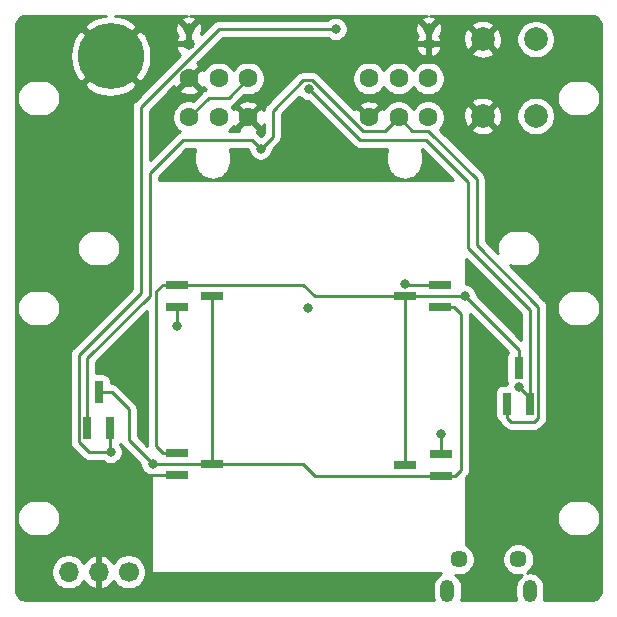
<source format=gbr>
G04 #@! TF.GenerationSoftware,KiCad,Pcbnew,5.1.5+dfsg1-2build2*
G04 #@! TF.CreationDate,2020-06-02T19:47:53-07:00*
G04 #@! TF.ProjectId,sram-cell,7372616d-2d63-4656-9c6c-2e6b69636164,rev?*
G04 #@! TF.SameCoordinates,Original*
G04 #@! TF.FileFunction,Copper,L1,Top*
G04 #@! TF.FilePolarity,Positive*
%FSLAX46Y46*%
G04 Gerber Fmt 4.6, Leading zero omitted, Abs format (unit mm)*
G04 Created by KiCad (PCBNEW 5.1.5+dfsg1-2build2) date 2020-06-02 19:47:53*
%MOMM*%
%LPD*%
G04 APERTURE LIST*
%ADD10C,1.600000*%
%ADD11O,1.200000X1.900000*%
%ADD12C,1.450000*%
%ADD13C,1.700000*%
%ADD14O,1.700000X1.700000*%
%ADD15C,1.000000*%
%ADD16O,1.000000X1.000000*%
%ADD17C,5.599999*%
%ADD18C,2.000000*%
%ADD19R,1.900000X0.800000*%
%ADD20R,0.800000X1.900000*%
%ADD21C,0.800000*%
%ADD22C,0.250000*%
%ADD23C,0.508000*%
%ADD24C,0.254000*%
G04 APERTURE END LIST*
D10*
X147280000Y-82170000D03*
X142280000Y-82170000D03*
X144780000Y-82170000D03*
X142280000Y-85470000D03*
X144780000Y-85470000D03*
X147280000Y-85470000D03*
D11*
X164140000Y-125570500D03*
X171140000Y-125570500D03*
D12*
X165140000Y-122870500D03*
X170140000Y-122870500D03*
D13*
X137160000Y-123952000D03*
D14*
X134620000Y-123952000D03*
X132080000Y-123952000D03*
D15*
X162560000Y-77978000D03*
D16*
X162560000Y-79248000D03*
D15*
X142240000Y-77978000D03*
D16*
X142240000Y-79248000D03*
D17*
X135636000Y-80264000D03*
D10*
X162520000Y-82170000D03*
X157520000Y-82170000D03*
X160020000Y-82170000D03*
X157520000Y-85470000D03*
X160020000Y-85470000D03*
X162520000Y-85470000D03*
D18*
X167132000Y-78844000D03*
X171632000Y-78844000D03*
X167132000Y-85344000D03*
X171632000Y-85344000D03*
D19*
X144248000Y-100584000D03*
X141248000Y-101534000D03*
X141248000Y-99634000D03*
X163552000Y-101534000D03*
X163552000Y-99634000D03*
X160552000Y-100584000D03*
X141248000Y-113858000D03*
X141248000Y-115758000D03*
X144248000Y-114808000D03*
X160576000Y-114874000D03*
X163576000Y-113924000D03*
X163576000Y-115824000D03*
D20*
X134620000Y-108736000D03*
X135570000Y-111736000D03*
X133670000Y-111736000D03*
X169230000Y-109704000D03*
X171130000Y-109704000D03*
X170180000Y-106704000D03*
D21*
X170180000Y-112776000D03*
X132842000Y-101600000D03*
X152400000Y-89916000D03*
X137668000Y-104140000D03*
X167386000Y-104902000D03*
X168656000Y-101346000D03*
X140208000Y-124968000D03*
X150876000Y-124968000D03*
X163576000Y-112268000D03*
X138684000Y-118872000D03*
X166624000Y-114808000D03*
X166370000Y-119888000D03*
X167640000Y-119888000D03*
X152390500Y-101609500D03*
X160528000Y-99568000D03*
X141224000Y-103124000D03*
X165608000Y-100584000D03*
X139192000Y-114808000D03*
X170180000Y-108254002D03*
X152400000Y-83058000D03*
X148336000Y-88099990D03*
X135636000Y-113792000D03*
X154686000Y-77978000D03*
D22*
X163576000Y-113924000D02*
X163576000Y-112268000D01*
X141248000Y-115758000D02*
X138242000Y-115758000D01*
D23*
X142240000Y-77978000D02*
X142240000Y-79248000D01*
X162560000Y-77978000D02*
X162560000Y-79248000D01*
D22*
X142280000Y-85470000D02*
X143930000Y-83820000D01*
X145630000Y-83820000D02*
X147280000Y-82170000D01*
X143930000Y-83820000D02*
X145630000Y-83820000D01*
X160594000Y-99634000D02*
X160528000Y-99568000D01*
X163552000Y-99634000D02*
X160594000Y-99634000D01*
X141248000Y-103100000D02*
X141248000Y-101534000D01*
X141224000Y-103124000D02*
X141248000Y-103100000D01*
X160552000Y-100650998D02*
X160552000Y-100584000D01*
X160576000Y-100674998D02*
X160552000Y-100650998D01*
X160576000Y-114874000D02*
X160576000Y-100674998D01*
X165608000Y-100584000D02*
X160552000Y-100584000D01*
X170180000Y-105156000D02*
X170180000Y-106704000D01*
X165608000Y-100584000D02*
X170180000Y-105156000D01*
X142448000Y-99634000D02*
X141248000Y-99634000D01*
X151958000Y-99634000D02*
X142448000Y-99634000D01*
X152908000Y-100584000D02*
X151958000Y-99634000D01*
X160552000Y-100584000D02*
X152908000Y-100584000D01*
X140048000Y-113858000D02*
X141248000Y-113858000D01*
X139490990Y-113300990D02*
X140048000Y-113858000D01*
X139490990Y-100191010D02*
X139490990Y-113300990D01*
X140048000Y-99634000D02*
X139490990Y-100191010D01*
X141248000Y-99634000D02*
X140048000Y-99634000D01*
X144248000Y-114808000D02*
X144248000Y-100584000D01*
X135719000Y-108736000D02*
X134620000Y-108736000D01*
X137160000Y-110177000D02*
X135719000Y-108736000D01*
X137160000Y-112776000D02*
X137160000Y-110177000D01*
X139192000Y-114808000D02*
X137160000Y-112776000D01*
X139192000Y-114808000D02*
X144248000Y-114808000D01*
X162376000Y-115824000D02*
X163576000Y-115824000D01*
X152908000Y-115824000D02*
X162376000Y-115824000D01*
X151892000Y-114808000D02*
X152908000Y-115824000D01*
X144248000Y-114808000D02*
X151892000Y-114808000D01*
X165309010Y-102091010D02*
X164752000Y-101534000D01*
X164752000Y-101534000D02*
X163552000Y-101534000D01*
X165309010Y-115290990D02*
X165309010Y-102091010D01*
X164776000Y-115824000D02*
X165309010Y-115290990D01*
X163576000Y-115824000D02*
X164776000Y-115824000D01*
X171130000Y-109204002D02*
X170180000Y-108254002D01*
X171130000Y-109704000D02*
X171130000Y-109204002D01*
X160019575Y-87376000D02*
X156718000Y-87376000D01*
X160020585Y-87374990D02*
X160019575Y-87376000D01*
X161035415Y-87374990D02*
X160020585Y-87374990D01*
X161036425Y-87376000D02*
X161035415Y-87374990D01*
X162306000Y-87376000D02*
X161036425Y-87376000D01*
X165862000Y-90932000D02*
X162306000Y-87376000D01*
X165862000Y-96520000D02*
X165862000Y-90932000D01*
X171130000Y-101788000D02*
X165862000Y-96520000D01*
X156718000Y-87376000D02*
X152400000Y-83058000D01*
X171130000Y-109704000D02*
X171130000Y-101788000D01*
X133670000Y-105852000D02*
X133670000Y-111736000D01*
X138938000Y-100584000D02*
X133670000Y-105852000D01*
X138938000Y-90170000D02*
X138938000Y-100584000D01*
X141733010Y-87374990D02*
X138938000Y-90170000D01*
X147611000Y-87374990D02*
X141733010Y-87374990D01*
X148336000Y-88099990D02*
X147611000Y-87374990D01*
X149352000Y-87083990D02*
X148336000Y-88099990D01*
X149352000Y-84885249D02*
X149352000Y-87083990D01*
X152711002Y-82296000D02*
X151941249Y-82296000D01*
X157029002Y-86614000D02*
X152711002Y-82296000D01*
X158876000Y-86614000D02*
X157029002Y-86614000D01*
X151941249Y-82296000D02*
X149352000Y-84885249D01*
X160020000Y-85470000D02*
X158876000Y-86614000D01*
X169230000Y-110904000D02*
X169230000Y-109704000D01*
X169578000Y-111252000D02*
X169230000Y-110904000D01*
X171517002Y-111252000D02*
X169578000Y-111252000D01*
X171855001Y-110914001D02*
X171517002Y-111252000D01*
X166624000Y-96266000D02*
X171855001Y-101497001D01*
X166624000Y-90678000D02*
X166624000Y-96266000D01*
X171855001Y-101497001D02*
X171855001Y-110914001D01*
X162541001Y-86595001D02*
X166624000Y-90678000D01*
X161145001Y-86595001D02*
X162541001Y-86595001D01*
X160020000Y-85470000D02*
X161145001Y-86595001D01*
X135570000Y-113726000D02*
X135636000Y-113792000D01*
X135570000Y-111736000D02*
X135570000Y-113726000D01*
X133790998Y-113792000D02*
X135636000Y-113792000D01*
X132944999Y-105561001D02*
X132944999Y-112946001D01*
X132944999Y-112946001D02*
X133790998Y-113792000D01*
X138176000Y-100330000D02*
X132944999Y-105561001D01*
X144806998Y-77978000D02*
X138176000Y-84608998D01*
X138176000Y-84608998D02*
X138176000Y-100330000D01*
X154686000Y-77978000D02*
X144806998Y-77978000D01*
D24*
G36*
X134970977Y-76877053D02*
G01*
X134322994Y-77071872D01*
X133725470Y-77389362D01*
X133711308Y-77398824D01*
X133399125Y-77847520D01*
X135636000Y-80084395D01*
X137872875Y-77847520D01*
X137560692Y-77398824D01*
X136964741Y-77078388D01*
X136317727Y-76880375D01*
X135994158Y-76847700D01*
X142115710Y-76847700D01*
X141937260Y-76878423D01*
X141728560Y-76958613D01*
X141676550Y-76986412D01*
X141641439Y-77199834D01*
X142240000Y-77798395D01*
X142838561Y-77199834D01*
X142803450Y-76986412D01*
X142599174Y-76895542D01*
X142387429Y-76847700D01*
X162435710Y-76847700D01*
X162257260Y-76878423D01*
X162048560Y-76958613D01*
X161996550Y-76986412D01*
X161961439Y-77199834D01*
X162560000Y-77798395D01*
X163158561Y-77199834D01*
X163123450Y-76986412D01*
X162919174Y-76895542D01*
X162707429Y-76847700D01*
X176244321Y-76847700D01*
X176445602Y-76867436D01*
X176608748Y-76916693D01*
X176759220Y-76996700D01*
X176891284Y-77104408D01*
X176999911Y-77235716D01*
X177080966Y-77385625D01*
X177131359Y-77548419D01*
X177152300Y-77747658D01*
X177152301Y-125444312D01*
X177132564Y-125645606D01*
X177083308Y-125808747D01*
X177003301Y-125959219D01*
X176895593Y-126091283D01*
X176764285Y-126199910D01*
X176614376Y-126280965D01*
X176451582Y-126331359D01*
X176252341Y-126352300D01*
X172299586Y-126352300D01*
X172357130Y-126162601D01*
X172375000Y-125981164D01*
X172375000Y-125159835D01*
X172357130Y-124978398D01*
X172286511Y-124745599D01*
X172171833Y-124531051D01*
X172017502Y-124342998D01*
X171829448Y-124188667D01*
X171614900Y-124073989D01*
X171382101Y-124003370D01*
X171140000Y-123979525D01*
X170897898Y-124003370D01*
X170887965Y-124006383D01*
X171006949Y-123926881D01*
X171196381Y-123737449D01*
X171345216Y-123514701D01*
X171447736Y-123267197D01*
X171500000Y-123004448D01*
X171500000Y-122736552D01*
X171447736Y-122473803D01*
X171345216Y-122226299D01*
X171196381Y-122003551D01*
X171006949Y-121814119D01*
X170784201Y-121665284D01*
X170536697Y-121562764D01*
X170273948Y-121510500D01*
X170006052Y-121510500D01*
X169743303Y-121562764D01*
X169495799Y-121665284D01*
X169273051Y-121814119D01*
X169083619Y-122003551D01*
X168934784Y-122226299D01*
X168832264Y-122473803D01*
X168780000Y-122736552D01*
X168780000Y-123004448D01*
X168832264Y-123267197D01*
X168934784Y-123514701D01*
X169083619Y-123737449D01*
X169273051Y-123926881D01*
X169495799Y-124075716D01*
X169743303Y-124178236D01*
X170006052Y-124230500D01*
X170273948Y-124230500D01*
X170439768Y-124197516D01*
X170262498Y-124342998D01*
X170108167Y-124531052D01*
X169993489Y-124745600D01*
X169922870Y-124978399D01*
X169905000Y-125159836D01*
X169905000Y-125981165D01*
X169922870Y-126162602D01*
X169980414Y-126352300D01*
X165299586Y-126352300D01*
X165357130Y-126162602D01*
X165375000Y-125981165D01*
X165375000Y-125159836D01*
X165357130Y-124978399D01*
X165286511Y-124745599D01*
X165171833Y-124531051D01*
X165017502Y-124342998D01*
X164840232Y-124197516D01*
X165006052Y-124230500D01*
X165273948Y-124230500D01*
X165536697Y-124178236D01*
X165784201Y-124075716D01*
X166006949Y-123926881D01*
X166196381Y-123737449D01*
X166345216Y-123514701D01*
X166447736Y-123267197D01*
X166500000Y-123004448D01*
X166500000Y-122736552D01*
X166447736Y-122473803D01*
X166345216Y-122226299D01*
X166196381Y-122003551D01*
X166006949Y-121814119D01*
X165784201Y-121665284D01*
X165735000Y-121644904D01*
X165735000Y-119380000D01*
X173417573Y-119380000D01*
X173447210Y-119680913D01*
X173534983Y-119970261D01*
X173677519Y-120236927D01*
X173869339Y-120470661D01*
X174103073Y-120662481D01*
X174369739Y-120805017D01*
X174659087Y-120892790D01*
X174884592Y-120915000D01*
X175635408Y-120915000D01*
X175860913Y-120892790D01*
X176150261Y-120805017D01*
X176416927Y-120662481D01*
X176650661Y-120470661D01*
X176842481Y-120236927D01*
X176985017Y-119970261D01*
X177072790Y-119680913D01*
X177102427Y-119380000D01*
X177072790Y-119079087D01*
X176985017Y-118789739D01*
X176842481Y-118523073D01*
X176650661Y-118289339D01*
X176416927Y-118097519D01*
X176150261Y-117954983D01*
X175860913Y-117867210D01*
X175635408Y-117845000D01*
X174884592Y-117845000D01*
X174659087Y-117867210D01*
X174369739Y-117954983D01*
X174103073Y-118097519D01*
X173869339Y-118289339D01*
X173677519Y-118523073D01*
X173534983Y-118789739D01*
X173447210Y-119079087D01*
X173417573Y-119380000D01*
X165735000Y-119380000D01*
X165735000Y-115939802D01*
X165820013Y-115854788D01*
X165849011Y-115830991D01*
X165876495Y-115797502D01*
X165943984Y-115715267D01*
X166014556Y-115583237D01*
X166037083Y-115508974D01*
X166058013Y-115439976D01*
X166069010Y-115328323D01*
X166069010Y-115328313D01*
X166072686Y-115290990D01*
X166069010Y-115253667D01*
X166069010Y-102128332D01*
X166069774Y-102120575D01*
X169294196Y-105344999D01*
X169249463Y-105399506D01*
X169190498Y-105509820D01*
X169154188Y-105629518D01*
X169141928Y-105754000D01*
X169141928Y-107654000D01*
X169154188Y-107778482D01*
X169190498Y-107898180D01*
X169199857Y-107915690D01*
X169184774Y-107952104D01*
X169152188Y-108115928D01*
X168830000Y-108115928D01*
X168705518Y-108128188D01*
X168585820Y-108164498D01*
X168475506Y-108223463D01*
X168378815Y-108302815D01*
X168299463Y-108399506D01*
X168240498Y-108509820D01*
X168204188Y-108629518D01*
X168191928Y-108754000D01*
X168191928Y-110654000D01*
X168204188Y-110778482D01*
X168240498Y-110898180D01*
X168299463Y-111008494D01*
X168378815Y-111105185D01*
X168475506Y-111184537D01*
X168535271Y-111216482D01*
X168595026Y-111328276D01*
X168603234Y-111338277D01*
X168689999Y-111444001D01*
X168719003Y-111467804D01*
X169014196Y-111762997D01*
X169037999Y-111792001D01*
X169153724Y-111886974D01*
X169285753Y-111957546D01*
X169429014Y-112001003D01*
X169540667Y-112012000D01*
X169540676Y-112012000D01*
X169577999Y-112015676D01*
X169615322Y-112012000D01*
X171479680Y-112012000D01*
X171517002Y-112015676D01*
X171554324Y-112012000D01*
X171554335Y-112012000D01*
X171665988Y-112001003D01*
X171809249Y-111957546D01*
X171941278Y-111886974D01*
X172057003Y-111792001D01*
X172080806Y-111762997D01*
X172365998Y-111477805D01*
X172395002Y-111454002D01*
X172489975Y-111338277D01*
X172560547Y-111206248D01*
X172604004Y-111062987D01*
X172615001Y-110951334D01*
X172615001Y-110951326D01*
X172618677Y-110914001D01*
X172615001Y-110876676D01*
X172615001Y-101600000D01*
X173417573Y-101600000D01*
X173447210Y-101900913D01*
X173534983Y-102190261D01*
X173677519Y-102456927D01*
X173869339Y-102690661D01*
X174103073Y-102882481D01*
X174369739Y-103025017D01*
X174659087Y-103112790D01*
X174884592Y-103135000D01*
X175635408Y-103135000D01*
X175860913Y-103112790D01*
X176150261Y-103025017D01*
X176416927Y-102882481D01*
X176650661Y-102690661D01*
X176842481Y-102456927D01*
X176985017Y-102190261D01*
X177072790Y-101900913D01*
X177102427Y-101600000D01*
X177072790Y-101299087D01*
X176985017Y-101009739D01*
X176842481Y-100743073D01*
X176650661Y-100509339D01*
X176416927Y-100317519D01*
X176150261Y-100174983D01*
X175860913Y-100087210D01*
X175635408Y-100065000D01*
X174884592Y-100065000D01*
X174659087Y-100087210D01*
X174369739Y-100174983D01*
X174103073Y-100317519D01*
X173869339Y-100509339D01*
X173677519Y-100743073D01*
X173534983Y-101009739D01*
X173447210Y-101299087D01*
X173417573Y-101600000D01*
X172615001Y-101600000D01*
X172615001Y-101534334D01*
X172618678Y-101497001D01*
X172604004Y-101348015D01*
X172560547Y-101204754D01*
X172489975Y-101072725D01*
X172418800Y-100985998D01*
X172395002Y-100957000D01*
X172366005Y-100933203D01*
X169416171Y-97983370D01*
X169579087Y-98032790D01*
X169804592Y-98055000D01*
X170555408Y-98055000D01*
X170780913Y-98032790D01*
X171070261Y-97945017D01*
X171336927Y-97802481D01*
X171570661Y-97610661D01*
X171762481Y-97376927D01*
X171905017Y-97110261D01*
X171992790Y-96820913D01*
X172022427Y-96520000D01*
X171992790Y-96219087D01*
X171905017Y-95929739D01*
X171762481Y-95663073D01*
X171570661Y-95429339D01*
X171336927Y-95237519D01*
X171070261Y-95094983D01*
X170780913Y-95007210D01*
X170555408Y-94985000D01*
X169804592Y-94985000D01*
X169579087Y-95007210D01*
X169289739Y-95094983D01*
X169023073Y-95237519D01*
X168789339Y-95429339D01*
X168597519Y-95663073D01*
X168454983Y-95929739D01*
X168367210Y-96219087D01*
X168337573Y-96520000D01*
X168367210Y-96820913D01*
X168416630Y-96983829D01*
X167384000Y-95951199D01*
X167384000Y-90715333D01*
X167387677Y-90678000D01*
X167373003Y-90529014D01*
X167329546Y-90385753D01*
X167258974Y-90253724D01*
X167200930Y-90182997D01*
X167164001Y-90137999D01*
X167135004Y-90114202D01*
X163520099Y-86499297D01*
X163539983Y-86479413D01*
X166176192Y-86479413D01*
X166271956Y-86743814D01*
X166561571Y-86884704D01*
X166873108Y-86966384D01*
X167194595Y-86985718D01*
X167513675Y-86941961D01*
X167818088Y-86836795D01*
X167992044Y-86743814D01*
X168087808Y-86479413D01*
X167132000Y-85523605D01*
X166176192Y-86479413D01*
X163539983Y-86479413D01*
X163634637Y-86384759D01*
X163791680Y-86149727D01*
X163899853Y-85888574D01*
X163955000Y-85611335D01*
X163955000Y-85406595D01*
X165490282Y-85406595D01*
X165534039Y-85725675D01*
X165639205Y-86030088D01*
X165732186Y-86204044D01*
X165996587Y-86299808D01*
X166952395Y-85344000D01*
X167311605Y-85344000D01*
X168267413Y-86299808D01*
X168531814Y-86204044D01*
X168672704Y-85914429D01*
X168754384Y-85602892D01*
X168773718Y-85281405D01*
X168760219Y-85182967D01*
X169997000Y-85182967D01*
X169997000Y-85505033D01*
X170059832Y-85820912D01*
X170183082Y-86118463D01*
X170362013Y-86386252D01*
X170589748Y-86613987D01*
X170857537Y-86792918D01*
X171155088Y-86916168D01*
X171470967Y-86979000D01*
X171793033Y-86979000D01*
X172108912Y-86916168D01*
X172406463Y-86792918D01*
X172674252Y-86613987D01*
X172901987Y-86386252D01*
X173080918Y-86118463D01*
X173204168Y-85820912D01*
X173267000Y-85505033D01*
X173267000Y-85182967D01*
X173204168Y-84867088D01*
X173080918Y-84569537D01*
X172901987Y-84301748D01*
X172674252Y-84074013D01*
X172406463Y-83895082D01*
X172225200Y-83820000D01*
X173417573Y-83820000D01*
X173447210Y-84120913D01*
X173534983Y-84410261D01*
X173677519Y-84676927D01*
X173869339Y-84910661D01*
X174103073Y-85102481D01*
X174369739Y-85245017D01*
X174659087Y-85332790D01*
X174884592Y-85355000D01*
X175635408Y-85355000D01*
X175860913Y-85332790D01*
X176150261Y-85245017D01*
X176416927Y-85102481D01*
X176650661Y-84910661D01*
X176842481Y-84676927D01*
X176985017Y-84410261D01*
X177072790Y-84120913D01*
X177102427Y-83820000D01*
X177072790Y-83519087D01*
X176985017Y-83229739D01*
X176842481Y-82963073D01*
X176650661Y-82729339D01*
X176416927Y-82537519D01*
X176150261Y-82394983D01*
X175860913Y-82307210D01*
X175635408Y-82285000D01*
X174884592Y-82285000D01*
X174659087Y-82307210D01*
X174369739Y-82394983D01*
X174103073Y-82537519D01*
X173869339Y-82729339D01*
X173677519Y-82963073D01*
X173534983Y-83229739D01*
X173447210Y-83519087D01*
X173417573Y-83820000D01*
X172225200Y-83820000D01*
X172108912Y-83771832D01*
X171793033Y-83709000D01*
X171470967Y-83709000D01*
X171155088Y-83771832D01*
X170857537Y-83895082D01*
X170589748Y-84074013D01*
X170362013Y-84301748D01*
X170183082Y-84569537D01*
X170059832Y-84867088D01*
X169997000Y-85182967D01*
X168760219Y-85182967D01*
X168729961Y-84962325D01*
X168624795Y-84657912D01*
X168531814Y-84483956D01*
X168267413Y-84388192D01*
X167311605Y-85344000D01*
X166952395Y-85344000D01*
X165996587Y-84388192D01*
X165732186Y-84483956D01*
X165591296Y-84773571D01*
X165509616Y-85085108D01*
X165490282Y-85406595D01*
X163955000Y-85406595D01*
X163955000Y-85328665D01*
X163899853Y-85051426D01*
X163791680Y-84790273D01*
X163634637Y-84555241D01*
X163434759Y-84355363D01*
X163215093Y-84208587D01*
X166176192Y-84208587D01*
X167132000Y-85164395D01*
X168087808Y-84208587D01*
X167992044Y-83944186D01*
X167702429Y-83803296D01*
X167390892Y-83721616D01*
X167069405Y-83702282D01*
X166750325Y-83746039D01*
X166445912Y-83851205D01*
X166271956Y-83944186D01*
X166176192Y-84208587D01*
X163215093Y-84208587D01*
X163199727Y-84198320D01*
X162938574Y-84090147D01*
X162661335Y-84035000D01*
X162378665Y-84035000D01*
X162101426Y-84090147D01*
X161840273Y-84198320D01*
X161605241Y-84355363D01*
X161405363Y-84555241D01*
X161270000Y-84757827D01*
X161134637Y-84555241D01*
X160934759Y-84355363D01*
X160699727Y-84198320D01*
X160438574Y-84090147D01*
X160161335Y-84035000D01*
X159878665Y-84035000D01*
X159601426Y-84090147D01*
X159340273Y-84198320D01*
X159105241Y-84355363D01*
X158905363Y-84555241D01*
X158771308Y-84755869D01*
X158756671Y-84728486D01*
X158512702Y-84656903D01*
X157699605Y-85470000D01*
X157713748Y-85484143D01*
X157534143Y-85663748D01*
X157520000Y-85649605D01*
X157505858Y-85663748D01*
X157326253Y-85484143D01*
X157340395Y-85470000D01*
X156527298Y-84656903D01*
X156283329Y-84728486D01*
X156262439Y-84772635D01*
X155967102Y-84477298D01*
X156706903Y-84477298D01*
X157520000Y-85290395D01*
X158333097Y-84477298D01*
X158261514Y-84233329D01*
X158006004Y-84112429D01*
X157731816Y-84043700D01*
X157449488Y-84029783D01*
X157169870Y-84071213D01*
X156903708Y-84166397D01*
X156778486Y-84233329D01*
X156706903Y-84477298D01*
X155967102Y-84477298D01*
X153518469Y-82028665D01*
X156085000Y-82028665D01*
X156085000Y-82311335D01*
X156140147Y-82588574D01*
X156248320Y-82849727D01*
X156405363Y-83084759D01*
X156605241Y-83284637D01*
X156840273Y-83441680D01*
X157101426Y-83549853D01*
X157378665Y-83605000D01*
X157661335Y-83605000D01*
X157938574Y-83549853D01*
X158199727Y-83441680D01*
X158434759Y-83284637D01*
X158634637Y-83084759D01*
X158770000Y-82882173D01*
X158905363Y-83084759D01*
X159105241Y-83284637D01*
X159340273Y-83441680D01*
X159601426Y-83549853D01*
X159878665Y-83605000D01*
X160161335Y-83605000D01*
X160438574Y-83549853D01*
X160699727Y-83441680D01*
X160934759Y-83284637D01*
X161134637Y-83084759D01*
X161270000Y-82882173D01*
X161405363Y-83084759D01*
X161605241Y-83284637D01*
X161840273Y-83441680D01*
X162101426Y-83549853D01*
X162378665Y-83605000D01*
X162661335Y-83605000D01*
X162938574Y-83549853D01*
X163199727Y-83441680D01*
X163434759Y-83284637D01*
X163634637Y-83084759D01*
X163791680Y-82849727D01*
X163899853Y-82588574D01*
X163955000Y-82311335D01*
X163955000Y-82028665D01*
X163899853Y-81751426D01*
X163791680Y-81490273D01*
X163634637Y-81255241D01*
X163434759Y-81055363D01*
X163199727Y-80898320D01*
X162938574Y-80790147D01*
X162661335Y-80735000D01*
X162378665Y-80735000D01*
X162101426Y-80790147D01*
X161840273Y-80898320D01*
X161605241Y-81055363D01*
X161405363Y-81255241D01*
X161270000Y-81457827D01*
X161134637Y-81255241D01*
X160934759Y-81055363D01*
X160699727Y-80898320D01*
X160438574Y-80790147D01*
X160161335Y-80735000D01*
X159878665Y-80735000D01*
X159601426Y-80790147D01*
X159340273Y-80898320D01*
X159105241Y-81055363D01*
X158905363Y-81255241D01*
X158770000Y-81457827D01*
X158634637Y-81255241D01*
X158434759Y-81055363D01*
X158199727Y-80898320D01*
X157938574Y-80790147D01*
X157661335Y-80735000D01*
X157378665Y-80735000D01*
X157101426Y-80790147D01*
X156840273Y-80898320D01*
X156605241Y-81055363D01*
X156405363Y-81255241D01*
X156248320Y-81490273D01*
X156140147Y-81751426D01*
X156085000Y-82028665D01*
X153518469Y-82028665D01*
X153274806Y-81785003D01*
X153251003Y-81755999D01*
X153135278Y-81661026D01*
X153003249Y-81590454D01*
X152859988Y-81546997D01*
X152748335Y-81536000D01*
X152748324Y-81536000D01*
X152711002Y-81532324D01*
X152673680Y-81536000D01*
X151978571Y-81536000D01*
X151941248Y-81532324D01*
X151903925Y-81536000D01*
X151903916Y-81536000D01*
X151792263Y-81546997D01*
X151649002Y-81590454D01*
X151516972Y-81661026D01*
X151433332Y-81729668D01*
X151401248Y-81755999D01*
X151377450Y-81784997D01*
X148841003Y-84321445D01*
X148811999Y-84345248D01*
X148758645Y-84410261D01*
X148717026Y-84460973D01*
X148657859Y-84571666D01*
X148646454Y-84593003D01*
X148602997Y-84736264D01*
X148592000Y-84847917D01*
X148592000Y-84847927D01*
X148589740Y-84870870D01*
X148583603Y-84853708D01*
X148516671Y-84728486D01*
X148272702Y-84656903D01*
X147459605Y-85470000D01*
X148272702Y-86283097D01*
X148516671Y-86211514D01*
X148592001Y-86052313D01*
X148592001Y-86769187D01*
X148336000Y-87025189D01*
X148174803Y-86863992D01*
X148151001Y-86834989D01*
X148035276Y-86740016D01*
X147997203Y-86719665D01*
X148021514Y-86706671D01*
X148093097Y-86462702D01*
X147280000Y-85649605D01*
X146466903Y-86462702D01*
X146511586Y-86614990D01*
X145649332Y-86614990D01*
X145694759Y-86584637D01*
X145894637Y-86384759D01*
X146028692Y-86184131D01*
X146043329Y-86211514D01*
X146287298Y-86283097D01*
X147100395Y-85470000D01*
X146287298Y-84656903D01*
X146043329Y-84728486D01*
X146029676Y-84757341D01*
X145894637Y-84555241D01*
X145878279Y-84538883D01*
X145922247Y-84525546D01*
X146012511Y-84477298D01*
X146466903Y-84477298D01*
X147280000Y-85290395D01*
X148093097Y-84477298D01*
X148021514Y-84233329D01*
X147766004Y-84112429D01*
X147491816Y-84043700D01*
X147209488Y-84029783D01*
X146929870Y-84071213D01*
X146663708Y-84166397D01*
X146538486Y-84233329D01*
X146466903Y-84477298D01*
X146012511Y-84477298D01*
X146054276Y-84454974D01*
X146170001Y-84360001D01*
X146193803Y-84330998D01*
X146956114Y-83568688D01*
X147138665Y-83605000D01*
X147421335Y-83605000D01*
X147698574Y-83549853D01*
X147959727Y-83441680D01*
X148194759Y-83284637D01*
X148394637Y-83084759D01*
X148551680Y-82849727D01*
X148659853Y-82588574D01*
X148715000Y-82311335D01*
X148715000Y-82028665D01*
X148659853Y-81751426D01*
X148551680Y-81490273D01*
X148394637Y-81255241D01*
X148194759Y-81055363D01*
X147959727Y-80898320D01*
X147698574Y-80790147D01*
X147421335Y-80735000D01*
X147138665Y-80735000D01*
X146861426Y-80790147D01*
X146600273Y-80898320D01*
X146365241Y-81055363D01*
X146165363Y-81255241D01*
X146030000Y-81457827D01*
X145894637Y-81255241D01*
X145694759Y-81055363D01*
X145459727Y-80898320D01*
X145198574Y-80790147D01*
X144921335Y-80735000D01*
X144638665Y-80735000D01*
X144361426Y-80790147D01*
X144100273Y-80898320D01*
X143865241Y-81055363D01*
X143665363Y-81255241D01*
X143531308Y-81455869D01*
X143516671Y-81428486D01*
X143272702Y-81356903D01*
X142459605Y-82170000D01*
X143272702Y-82983097D01*
X143516671Y-82911514D01*
X143530324Y-82882659D01*
X143665363Y-83084759D01*
X143681721Y-83101117D01*
X143637753Y-83114454D01*
X143505724Y-83185026D01*
X143505722Y-83185027D01*
X143505723Y-83185027D01*
X143418996Y-83256201D01*
X143418992Y-83256205D01*
X143389999Y-83279999D01*
X143366205Y-83308992D01*
X142603886Y-84071312D01*
X142421335Y-84035000D01*
X142138665Y-84035000D01*
X141861426Y-84090147D01*
X141600273Y-84198320D01*
X141365241Y-84355363D01*
X141165363Y-84555241D01*
X141008320Y-84790273D01*
X140900147Y-85051426D01*
X140845000Y-85328665D01*
X140845000Y-85611335D01*
X140900147Y-85888574D01*
X141008320Y-86149727D01*
X141165363Y-86384759D01*
X141365241Y-86584637D01*
X141476115Y-86658720D01*
X141440763Y-86669444D01*
X141308733Y-86740016D01*
X141225093Y-86808658D01*
X141193009Y-86834989D01*
X141169211Y-86863987D01*
X138936000Y-89097199D01*
X138936000Y-84923799D01*
X140697097Y-83162702D01*
X141466903Y-83162702D01*
X141538486Y-83406671D01*
X141793996Y-83527571D01*
X142068184Y-83596300D01*
X142350512Y-83610217D01*
X142630130Y-83568787D01*
X142896292Y-83473603D01*
X143021514Y-83406671D01*
X143093097Y-83162702D01*
X142280000Y-82349605D01*
X141466903Y-83162702D01*
X140697097Y-83162702D01*
X141010223Y-82849576D01*
X141043329Y-82911514D01*
X141287298Y-82983097D01*
X142100395Y-82170000D01*
X142086253Y-82155858D01*
X142265858Y-81976253D01*
X142280000Y-81990395D01*
X143093097Y-81177298D01*
X143021514Y-80933329D01*
X142956998Y-80902802D01*
X144309926Y-79549874D01*
X161465881Y-79549874D01*
X161482554Y-79604864D01*
X161572877Y-79808206D01*
X161701135Y-79990020D01*
X161862399Y-80143318D01*
X162050471Y-80262210D01*
X162258124Y-80342126D01*
X162433000Y-80217129D01*
X162433000Y-79375000D01*
X162687000Y-79375000D01*
X162687000Y-80217129D01*
X162861876Y-80342126D01*
X163069529Y-80262210D01*
X163257601Y-80143318D01*
X163418865Y-79990020D01*
X163426347Y-79979413D01*
X166176192Y-79979413D01*
X166271956Y-80243814D01*
X166561571Y-80384704D01*
X166873108Y-80466384D01*
X167194595Y-80485718D01*
X167513675Y-80441961D01*
X167818088Y-80336795D01*
X167992044Y-80243814D01*
X168087808Y-79979413D01*
X167132000Y-79023605D01*
X166176192Y-79979413D01*
X163426347Y-79979413D01*
X163547123Y-79808206D01*
X163637446Y-79604864D01*
X163654119Y-79549874D01*
X163527954Y-79375000D01*
X162687000Y-79375000D01*
X162433000Y-79375000D01*
X161592046Y-79375000D01*
X161465881Y-79549874D01*
X144309926Y-79549874D01*
X145121800Y-78738000D01*
X153982289Y-78738000D01*
X154026226Y-78781937D01*
X154195744Y-78895205D01*
X154384102Y-78973226D01*
X154584061Y-79013000D01*
X154787939Y-79013000D01*
X154987898Y-78973226D01*
X155176256Y-78895205D01*
X155345774Y-78781937D01*
X155489937Y-78637774D01*
X155603205Y-78468256D01*
X155681226Y-78279898D01*
X155721000Y-78079939D01*
X155721000Y-78060406D01*
X161422489Y-78060406D01*
X161460423Y-78280740D01*
X161540613Y-78489440D01*
X161568412Y-78541450D01*
X161664914Y-78557326D01*
X161572877Y-78687794D01*
X161482554Y-78891136D01*
X161465881Y-78946126D01*
X161592046Y-79121000D01*
X162433000Y-79121000D01*
X162433000Y-79110096D01*
X162642406Y-79115511D01*
X162687000Y-79107833D01*
X162687000Y-79121000D01*
X163527954Y-79121000D01*
X163654119Y-78946126D01*
X163642134Y-78906595D01*
X165490282Y-78906595D01*
X165534039Y-79225675D01*
X165639205Y-79530088D01*
X165732186Y-79704044D01*
X165996587Y-79799808D01*
X166952395Y-78844000D01*
X167311605Y-78844000D01*
X168267413Y-79799808D01*
X168531814Y-79704044D01*
X168672704Y-79414429D01*
X168754384Y-79102892D01*
X168773718Y-78781405D01*
X168760219Y-78682967D01*
X169997000Y-78682967D01*
X169997000Y-79005033D01*
X170059832Y-79320912D01*
X170183082Y-79618463D01*
X170362013Y-79886252D01*
X170589748Y-80113987D01*
X170857537Y-80292918D01*
X171155088Y-80416168D01*
X171470967Y-80479000D01*
X171793033Y-80479000D01*
X172108912Y-80416168D01*
X172406463Y-80292918D01*
X172674252Y-80113987D01*
X172901987Y-79886252D01*
X173080918Y-79618463D01*
X173204168Y-79320912D01*
X173267000Y-79005033D01*
X173267000Y-78682967D01*
X173204168Y-78367088D01*
X173080918Y-78069537D01*
X172901987Y-77801748D01*
X172674252Y-77574013D01*
X172406463Y-77395082D01*
X172108912Y-77271832D01*
X171793033Y-77209000D01*
X171470967Y-77209000D01*
X171155088Y-77271832D01*
X170857537Y-77395082D01*
X170589748Y-77574013D01*
X170362013Y-77801748D01*
X170183082Y-78069537D01*
X170059832Y-78367088D01*
X169997000Y-78682967D01*
X168760219Y-78682967D01*
X168729961Y-78462325D01*
X168624795Y-78157912D01*
X168531814Y-77983956D01*
X168267413Y-77888192D01*
X167311605Y-78844000D01*
X166952395Y-78844000D01*
X165996587Y-77888192D01*
X165732186Y-77983956D01*
X165591296Y-78273571D01*
X165509616Y-78585108D01*
X165490282Y-78906595D01*
X163642134Y-78906595D01*
X163637446Y-78891136D01*
X163547123Y-78687794D01*
X163455086Y-78557326D01*
X163551588Y-78541450D01*
X163642458Y-78337174D01*
X163691731Y-78119095D01*
X163697511Y-77895594D01*
X163665315Y-77708587D01*
X166176192Y-77708587D01*
X167132000Y-78664395D01*
X168087808Y-77708587D01*
X167992044Y-77444186D01*
X167702429Y-77303296D01*
X167390892Y-77221616D01*
X167069405Y-77202282D01*
X166750325Y-77246039D01*
X166445912Y-77351205D01*
X166271956Y-77444186D01*
X166176192Y-77708587D01*
X163665315Y-77708587D01*
X163659577Y-77675260D01*
X163579387Y-77466560D01*
X163551588Y-77414550D01*
X163338166Y-77379439D01*
X162739605Y-77978000D01*
X162753748Y-77992143D01*
X162574143Y-78171748D01*
X162560000Y-78157605D01*
X162545858Y-78171748D01*
X162366253Y-77992143D01*
X162380395Y-77978000D01*
X161781834Y-77379439D01*
X161568412Y-77414550D01*
X161477542Y-77618826D01*
X161428269Y-77836905D01*
X161422489Y-78060406D01*
X155721000Y-78060406D01*
X155721000Y-77876061D01*
X155681226Y-77676102D01*
X155603205Y-77487744D01*
X155489937Y-77318226D01*
X155345774Y-77174063D01*
X155176256Y-77060795D01*
X154987898Y-76982774D01*
X154787939Y-76943000D01*
X154584061Y-76943000D01*
X154384102Y-76982774D01*
X154195744Y-77060795D01*
X154026226Y-77174063D01*
X153982289Y-77218000D01*
X144844320Y-77218000D01*
X144806997Y-77214324D01*
X144769674Y-77218000D01*
X144769665Y-77218000D01*
X144658012Y-77228997D01*
X144514751Y-77272454D01*
X144382722Y-77343026D01*
X144266997Y-77437999D01*
X144243199Y-77466997D01*
X143281942Y-78428254D01*
X143322458Y-78337174D01*
X143371731Y-78119095D01*
X143377511Y-77895594D01*
X143339577Y-77675260D01*
X143259387Y-77466560D01*
X143231588Y-77414550D01*
X143018166Y-77379439D01*
X142419605Y-77978000D01*
X142433748Y-77992143D01*
X142254143Y-78171748D01*
X142240000Y-78157605D01*
X142225858Y-78171748D01*
X142046253Y-77992143D01*
X142060395Y-77978000D01*
X141461834Y-77379439D01*
X141248412Y-77414550D01*
X141157542Y-77618826D01*
X141108269Y-77836905D01*
X141102489Y-78060406D01*
X141140423Y-78280740D01*
X141220613Y-78489440D01*
X141248412Y-78541450D01*
X141344914Y-78557326D01*
X141252877Y-78687794D01*
X141162554Y-78891136D01*
X141145881Y-78946126D01*
X141272046Y-79121000D01*
X142113000Y-79121000D01*
X142113000Y-79110096D01*
X142322406Y-79115511D01*
X142367000Y-79107833D01*
X142367000Y-79121000D01*
X142387000Y-79121000D01*
X142387000Y-79323196D01*
X142315196Y-79395000D01*
X142113000Y-79395000D01*
X142113000Y-79375000D01*
X141272046Y-79375000D01*
X141145881Y-79549874D01*
X141162554Y-79604864D01*
X141252877Y-79808206D01*
X141381135Y-79990020D01*
X141542399Y-80143318D01*
X141557397Y-80152799D01*
X137665003Y-84045194D01*
X137635999Y-84068997D01*
X137600506Y-84112246D01*
X137541026Y-84184722D01*
X137533758Y-84198320D01*
X137470454Y-84316752D01*
X137426997Y-84460013D01*
X137416000Y-84571666D01*
X137416000Y-84571676D01*
X137412324Y-84608998D01*
X137416000Y-84646320D01*
X137416001Y-100015197D01*
X132434002Y-104997197D01*
X132404998Y-105021000D01*
X132349870Y-105088175D01*
X132310025Y-105136725D01*
X132304825Y-105146454D01*
X132239453Y-105268755D01*
X132195996Y-105412016D01*
X132184999Y-105523669D01*
X132184999Y-105523679D01*
X132181323Y-105561001D01*
X132184999Y-105598323D01*
X132185000Y-112908669D01*
X132181323Y-112946001D01*
X132195997Y-113094986D01*
X132239453Y-113238247D01*
X132310025Y-113370277D01*
X132362120Y-113433754D01*
X132404999Y-113486002D01*
X132433997Y-113509800D01*
X133227199Y-114303003D01*
X133250997Y-114332001D01*
X133366722Y-114426974D01*
X133498751Y-114497546D01*
X133642012Y-114541003D01*
X133753665Y-114552000D01*
X133753674Y-114552000D01*
X133790997Y-114555676D01*
X133828320Y-114552000D01*
X134932289Y-114552000D01*
X134976226Y-114595937D01*
X135145744Y-114709205D01*
X135334102Y-114787226D01*
X135534061Y-114827000D01*
X135737939Y-114827000D01*
X135937898Y-114787226D01*
X136126256Y-114709205D01*
X136295774Y-114595937D01*
X136439937Y-114451774D01*
X136553205Y-114282256D01*
X136631226Y-114093898D01*
X136671000Y-113893939D01*
X136671000Y-113690061D01*
X136631226Y-113490102D01*
X136553205Y-113301744D01*
X136439937Y-113132226D01*
X136431873Y-113124162D01*
X136463647Y-113085445D01*
X136525026Y-113200276D01*
X136556189Y-113238248D01*
X136619999Y-113316001D01*
X136649003Y-113339804D01*
X138157000Y-114847802D01*
X138157000Y-114909939D01*
X138196774Y-115109898D01*
X138274795Y-115298256D01*
X138388063Y-115467774D01*
X138532226Y-115611937D01*
X138701744Y-115725205D01*
X138890102Y-115803226D01*
X139065000Y-115838015D01*
X139065000Y-123952000D01*
X139067440Y-123976776D01*
X139074667Y-124000601D01*
X139086403Y-124022557D01*
X139102197Y-124041803D01*
X139121443Y-124057597D01*
X139143399Y-124069333D01*
X139167224Y-124076560D01*
X139192000Y-124079000D01*
X163655725Y-124079000D01*
X163450552Y-124188667D01*
X163262499Y-124342998D01*
X163108168Y-124531051D01*
X162993489Y-124745599D01*
X162922870Y-124978398D01*
X162905000Y-125159835D01*
X162905000Y-125981164D01*
X162922870Y-126162601D01*
X162980415Y-126352300D01*
X128555678Y-126352300D01*
X128354394Y-126332564D01*
X128191253Y-126283308D01*
X128040780Y-126203300D01*
X127908717Y-126095593D01*
X127800090Y-125964285D01*
X127719035Y-125814376D01*
X127668641Y-125651582D01*
X127647700Y-125452341D01*
X127647700Y-123805740D01*
X130595000Y-123805740D01*
X130595000Y-124098260D01*
X130652068Y-124385158D01*
X130764010Y-124655411D01*
X130926525Y-124898632D01*
X131133368Y-125105475D01*
X131376589Y-125267990D01*
X131646842Y-125379932D01*
X131933740Y-125437000D01*
X132226260Y-125437000D01*
X132513158Y-125379932D01*
X132783411Y-125267990D01*
X133026632Y-125105475D01*
X133233475Y-124898632D01*
X133355195Y-124716466D01*
X133424822Y-124833355D01*
X133619731Y-125049588D01*
X133853080Y-125223641D01*
X134115901Y-125348825D01*
X134263110Y-125393476D01*
X134493000Y-125272155D01*
X134493000Y-124079000D01*
X134473000Y-124079000D01*
X134473000Y-123825000D01*
X134493000Y-123825000D01*
X134493000Y-122631845D01*
X134747000Y-122631845D01*
X134747000Y-123825000D01*
X134767000Y-123825000D01*
X134767000Y-124079000D01*
X134747000Y-124079000D01*
X134747000Y-125272155D01*
X134976890Y-125393476D01*
X135124099Y-125348825D01*
X135386920Y-125223641D01*
X135620269Y-125049588D01*
X135815178Y-124833355D01*
X135884805Y-124716466D01*
X136006525Y-124898632D01*
X136213368Y-125105475D01*
X136456589Y-125267990D01*
X136726842Y-125379932D01*
X137013740Y-125437000D01*
X137306260Y-125437000D01*
X137593158Y-125379932D01*
X137863411Y-125267990D01*
X138106632Y-125105475D01*
X138313475Y-124898632D01*
X138475990Y-124655411D01*
X138587932Y-124385158D01*
X138645000Y-124098260D01*
X138645000Y-123805740D01*
X138587932Y-123518842D01*
X138475990Y-123248589D01*
X138313475Y-123005368D01*
X138106632Y-122798525D01*
X137863411Y-122636010D01*
X137593158Y-122524068D01*
X137306260Y-122467000D01*
X137013740Y-122467000D01*
X136726842Y-122524068D01*
X136456589Y-122636010D01*
X136213368Y-122798525D01*
X136006525Y-123005368D01*
X135884805Y-123187534D01*
X135815178Y-123070645D01*
X135620269Y-122854412D01*
X135386920Y-122680359D01*
X135124099Y-122555175D01*
X134976890Y-122510524D01*
X134747000Y-122631845D01*
X134493000Y-122631845D01*
X134263110Y-122510524D01*
X134115901Y-122555175D01*
X133853080Y-122680359D01*
X133619731Y-122854412D01*
X133424822Y-123070645D01*
X133355195Y-123187534D01*
X133233475Y-123005368D01*
X133026632Y-122798525D01*
X132783411Y-122636010D01*
X132513158Y-122524068D01*
X132226260Y-122467000D01*
X131933740Y-122467000D01*
X131646842Y-122524068D01*
X131376589Y-122636010D01*
X131133368Y-122798525D01*
X130926525Y-123005368D01*
X130764010Y-123248589D01*
X130652068Y-123518842D01*
X130595000Y-123805740D01*
X127647700Y-123805740D01*
X127647700Y-119380000D01*
X127697573Y-119380000D01*
X127727210Y-119680913D01*
X127814983Y-119970261D01*
X127957519Y-120236927D01*
X128149339Y-120470661D01*
X128383073Y-120662481D01*
X128649739Y-120805017D01*
X128939087Y-120892790D01*
X129164592Y-120915000D01*
X129915408Y-120915000D01*
X130140913Y-120892790D01*
X130430261Y-120805017D01*
X130696927Y-120662481D01*
X130930661Y-120470661D01*
X131122481Y-120236927D01*
X131265017Y-119970261D01*
X131352790Y-119680913D01*
X131382427Y-119380000D01*
X131352790Y-119079087D01*
X131265017Y-118789739D01*
X131122481Y-118523073D01*
X130930661Y-118289339D01*
X130696927Y-118097519D01*
X130430261Y-117954983D01*
X130140913Y-117867210D01*
X129915408Y-117845000D01*
X129164592Y-117845000D01*
X128939087Y-117867210D01*
X128649739Y-117954983D01*
X128383073Y-118097519D01*
X128149339Y-118289339D01*
X127957519Y-118523073D01*
X127814983Y-118789739D01*
X127727210Y-119079087D01*
X127697573Y-119380000D01*
X127647700Y-119380000D01*
X127647700Y-101600000D01*
X127697573Y-101600000D01*
X127727210Y-101900913D01*
X127814983Y-102190261D01*
X127957519Y-102456927D01*
X128149339Y-102690661D01*
X128383073Y-102882481D01*
X128649739Y-103025017D01*
X128939087Y-103112790D01*
X129164592Y-103135000D01*
X129915408Y-103135000D01*
X130140913Y-103112790D01*
X130430261Y-103025017D01*
X130696927Y-102882481D01*
X130930661Y-102690661D01*
X131122481Y-102456927D01*
X131265017Y-102190261D01*
X131352790Y-101900913D01*
X131382427Y-101600000D01*
X131352790Y-101299087D01*
X131265017Y-101009739D01*
X131122481Y-100743073D01*
X130930661Y-100509339D01*
X130696927Y-100317519D01*
X130430261Y-100174983D01*
X130140913Y-100087210D01*
X129915408Y-100065000D01*
X129164592Y-100065000D01*
X128939087Y-100087210D01*
X128649739Y-100174983D01*
X128383073Y-100317519D01*
X128149339Y-100509339D01*
X127957519Y-100743073D01*
X127814983Y-101009739D01*
X127727210Y-101299087D01*
X127697573Y-101600000D01*
X127647700Y-101600000D01*
X127647700Y-96520000D01*
X132777573Y-96520000D01*
X132807210Y-96820913D01*
X132894983Y-97110261D01*
X133037519Y-97376927D01*
X133229339Y-97610661D01*
X133463073Y-97802481D01*
X133729739Y-97945017D01*
X134019087Y-98032790D01*
X134244592Y-98055000D01*
X134995408Y-98055000D01*
X135220913Y-98032790D01*
X135510261Y-97945017D01*
X135776927Y-97802481D01*
X136010661Y-97610661D01*
X136202481Y-97376927D01*
X136345017Y-97110261D01*
X136432790Y-96820913D01*
X136462427Y-96520000D01*
X136432790Y-96219087D01*
X136345017Y-95929739D01*
X136202481Y-95663073D01*
X136010661Y-95429339D01*
X135776927Y-95237519D01*
X135510261Y-95094983D01*
X135220913Y-95007210D01*
X134995408Y-94985000D01*
X134244592Y-94985000D01*
X134019087Y-95007210D01*
X133729739Y-95094983D01*
X133463073Y-95237519D01*
X133229339Y-95429339D01*
X133037519Y-95663073D01*
X132894983Y-95929739D01*
X132807210Y-96219087D01*
X132777573Y-96520000D01*
X127647700Y-96520000D01*
X127647700Y-83820000D01*
X127697573Y-83820000D01*
X127727210Y-84120913D01*
X127814983Y-84410261D01*
X127957519Y-84676927D01*
X128149339Y-84910661D01*
X128383073Y-85102481D01*
X128649739Y-85245017D01*
X128939087Y-85332790D01*
X129164592Y-85355000D01*
X129915408Y-85355000D01*
X130140913Y-85332790D01*
X130430261Y-85245017D01*
X130696927Y-85102481D01*
X130930661Y-84910661D01*
X131122481Y-84676927D01*
X131265017Y-84410261D01*
X131352790Y-84120913D01*
X131382427Y-83820000D01*
X131352790Y-83519087D01*
X131265017Y-83229739D01*
X131122481Y-82963073D01*
X130930661Y-82729339D01*
X130871126Y-82680480D01*
X133399125Y-82680480D01*
X133711308Y-83129176D01*
X134307259Y-83449612D01*
X134954273Y-83647625D01*
X135627484Y-83715608D01*
X136301023Y-83650947D01*
X136949006Y-83456128D01*
X137546530Y-83138638D01*
X137560692Y-83129176D01*
X137872875Y-82680480D01*
X135636000Y-80443605D01*
X133399125Y-82680480D01*
X130871126Y-82680480D01*
X130696927Y-82537519D01*
X130430261Y-82394983D01*
X130140913Y-82307210D01*
X129915408Y-82285000D01*
X129164592Y-82285000D01*
X128939087Y-82307210D01*
X128649739Y-82394983D01*
X128383073Y-82537519D01*
X128149339Y-82729339D01*
X127957519Y-82963073D01*
X127814983Y-83229739D01*
X127727210Y-83519087D01*
X127697573Y-83820000D01*
X127647700Y-83820000D01*
X127647700Y-80255484D01*
X132184392Y-80255484D01*
X132249053Y-80929023D01*
X132443872Y-81577006D01*
X132761362Y-82174530D01*
X132770824Y-82188692D01*
X133219520Y-82500875D01*
X135456395Y-80264000D01*
X135815605Y-80264000D01*
X138052480Y-82500875D01*
X138501176Y-82188692D01*
X138821612Y-81592741D01*
X139019625Y-80945727D01*
X139087608Y-80272516D01*
X139022947Y-79598977D01*
X138828128Y-78950994D01*
X138510638Y-78353470D01*
X138501176Y-78339308D01*
X138052480Y-78027125D01*
X135815605Y-80264000D01*
X135456395Y-80264000D01*
X133219520Y-78027125D01*
X132770824Y-78339308D01*
X132450388Y-78935259D01*
X132252375Y-79582273D01*
X132184392Y-80255484D01*
X127647700Y-80255484D01*
X127647700Y-77755679D01*
X127667436Y-77554398D01*
X127716693Y-77391252D01*
X127796700Y-77240780D01*
X127904408Y-77108716D01*
X128035716Y-77000089D01*
X128185625Y-76919034D01*
X128348419Y-76868641D01*
X128547658Y-76847700D01*
X135276731Y-76847700D01*
X134970977Y-76877053D01*
G37*
X134970977Y-76877053D02*
X134322994Y-77071872D01*
X133725470Y-77389362D01*
X133711308Y-77398824D01*
X133399125Y-77847520D01*
X135636000Y-80084395D01*
X137872875Y-77847520D01*
X137560692Y-77398824D01*
X136964741Y-77078388D01*
X136317727Y-76880375D01*
X135994158Y-76847700D01*
X142115710Y-76847700D01*
X141937260Y-76878423D01*
X141728560Y-76958613D01*
X141676550Y-76986412D01*
X141641439Y-77199834D01*
X142240000Y-77798395D01*
X142838561Y-77199834D01*
X142803450Y-76986412D01*
X142599174Y-76895542D01*
X142387429Y-76847700D01*
X162435710Y-76847700D01*
X162257260Y-76878423D01*
X162048560Y-76958613D01*
X161996550Y-76986412D01*
X161961439Y-77199834D01*
X162560000Y-77798395D01*
X163158561Y-77199834D01*
X163123450Y-76986412D01*
X162919174Y-76895542D01*
X162707429Y-76847700D01*
X176244321Y-76847700D01*
X176445602Y-76867436D01*
X176608748Y-76916693D01*
X176759220Y-76996700D01*
X176891284Y-77104408D01*
X176999911Y-77235716D01*
X177080966Y-77385625D01*
X177131359Y-77548419D01*
X177152300Y-77747658D01*
X177152301Y-125444312D01*
X177132564Y-125645606D01*
X177083308Y-125808747D01*
X177003301Y-125959219D01*
X176895593Y-126091283D01*
X176764285Y-126199910D01*
X176614376Y-126280965D01*
X176451582Y-126331359D01*
X176252341Y-126352300D01*
X172299586Y-126352300D01*
X172357130Y-126162601D01*
X172375000Y-125981164D01*
X172375000Y-125159835D01*
X172357130Y-124978398D01*
X172286511Y-124745599D01*
X172171833Y-124531051D01*
X172017502Y-124342998D01*
X171829448Y-124188667D01*
X171614900Y-124073989D01*
X171382101Y-124003370D01*
X171140000Y-123979525D01*
X170897898Y-124003370D01*
X170887965Y-124006383D01*
X171006949Y-123926881D01*
X171196381Y-123737449D01*
X171345216Y-123514701D01*
X171447736Y-123267197D01*
X171500000Y-123004448D01*
X171500000Y-122736552D01*
X171447736Y-122473803D01*
X171345216Y-122226299D01*
X171196381Y-122003551D01*
X171006949Y-121814119D01*
X170784201Y-121665284D01*
X170536697Y-121562764D01*
X170273948Y-121510500D01*
X170006052Y-121510500D01*
X169743303Y-121562764D01*
X169495799Y-121665284D01*
X169273051Y-121814119D01*
X169083619Y-122003551D01*
X168934784Y-122226299D01*
X168832264Y-122473803D01*
X168780000Y-122736552D01*
X168780000Y-123004448D01*
X168832264Y-123267197D01*
X168934784Y-123514701D01*
X169083619Y-123737449D01*
X169273051Y-123926881D01*
X169495799Y-124075716D01*
X169743303Y-124178236D01*
X170006052Y-124230500D01*
X170273948Y-124230500D01*
X170439768Y-124197516D01*
X170262498Y-124342998D01*
X170108167Y-124531052D01*
X169993489Y-124745600D01*
X169922870Y-124978399D01*
X169905000Y-125159836D01*
X169905000Y-125981165D01*
X169922870Y-126162602D01*
X169980414Y-126352300D01*
X165299586Y-126352300D01*
X165357130Y-126162602D01*
X165375000Y-125981165D01*
X165375000Y-125159836D01*
X165357130Y-124978399D01*
X165286511Y-124745599D01*
X165171833Y-124531051D01*
X165017502Y-124342998D01*
X164840232Y-124197516D01*
X165006052Y-124230500D01*
X165273948Y-124230500D01*
X165536697Y-124178236D01*
X165784201Y-124075716D01*
X166006949Y-123926881D01*
X166196381Y-123737449D01*
X166345216Y-123514701D01*
X166447736Y-123267197D01*
X166500000Y-123004448D01*
X166500000Y-122736552D01*
X166447736Y-122473803D01*
X166345216Y-122226299D01*
X166196381Y-122003551D01*
X166006949Y-121814119D01*
X165784201Y-121665284D01*
X165735000Y-121644904D01*
X165735000Y-119380000D01*
X173417573Y-119380000D01*
X173447210Y-119680913D01*
X173534983Y-119970261D01*
X173677519Y-120236927D01*
X173869339Y-120470661D01*
X174103073Y-120662481D01*
X174369739Y-120805017D01*
X174659087Y-120892790D01*
X174884592Y-120915000D01*
X175635408Y-120915000D01*
X175860913Y-120892790D01*
X176150261Y-120805017D01*
X176416927Y-120662481D01*
X176650661Y-120470661D01*
X176842481Y-120236927D01*
X176985017Y-119970261D01*
X177072790Y-119680913D01*
X177102427Y-119380000D01*
X177072790Y-119079087D01*
X176985017Y-118789739D01*
X176842481Y-118523073D01*
X176650661Y-118289339D01*
X176416927Y-118097519D01*
X176150261Y-117954983D01*
X175860913Y-117867210D01*
X175635408Y-117845000D01*
X174884592Y-117845000D01*
X174659087Y-117867210D01*
X174369739Y-117954983D01*
X174103073Y-118097519D01*
X173869339Y-118289339D01*
X173677519Y-118523073D01*
X173534983Y-118789739D01*
X173447210Y-119079087D01*
X173417573Y-119380000D01*
X165735000Y-119380000D01*
X165735000Y-115939802D01*
X165820013Y-115854788D01*
X165849011Y-115830991D01*
X165876495Y-115797502D01*
X165943984Y-115715267D01*
X166014556Y-115583237D01*
X166037083Y-115508974D01*
X166058013Y-115439976D01*
X166069010Y-115328323D01*
X166069010Y-115328313D01*
X166072686Y-115290990D01*
X166069010Y-115253667D01*
X166069010Y-102128332D01*
X166069774Y-102120575D01*
X169294196Y-105344999D01*
X169249463Y-105399506D01*
X169190498Y-105509820D01*
X169154188Y-105629518D01*
X169141928Y-105754000D01*
X169141928Y-107654000D01*
X169154188Y-107778482D01*
X169190498Y-107898180D01*
X169199857Y-107915690D01*
X169184774Y-107952104D01*
X169152188Y-108115928D01*
X168830000Y-108115928D01*
X168705518Y-108128188D01*
X168585820Y-108164498D01*
X168475506Y-108223463D01*
X168378815Y-108302815D01*
X168299463Y-108399506D01*
X168240498Y-108509820D01*
X168204188Y-108629518D01*
X168191928Y-108754000D01*
X168191928Y-110654000D01*
X168204188Y-110778482D01*
X168240498Y-110898180D01*
X168299463Y-111008494D01*
X168378815Y-111105185D01*
X168475506Y-111184537D01*
X168535271Y-111216482D01*
X168595026Y-111328276D01*
X168603234Y-111338277D01*
X168689999Y-111444001D01*
X168719003Y-111467804D01*
X169014196Y-111762997D01*
X169037999Y-111792001D01*
X169153724Y-111886974D01*
X169285753Y-111957546D01*
X169429014Y-112001003D01*
X169540667Y-112012000D01*
X169540676Y-112012000D01*
X169577999Y-112015676D01*
X169615322Y-112012000D01*
X171479680Y-112012000D01*
X171517002Y-112015676D01*
X171554324Y-112012000D01*
X171554335Y-112012000D01*
X171665988Y-112001003D01*
X171809249Y-111957546D01*
X171941278Y-111886974D01*
X172057003Y-111792001D01*
X172080806Y-111762997D01*
X172365998Y-111477805D01*
X172395002Y-111454002D01*
X172489975Y-111338277D01*
X172560547Y-111206248D01*
X172604004Y-111062987D01*
X172615001Y-110951334D01*
X172615001Y-110951326D01*
X172618677Y-110914001D01*
X172615001Y-110876676D01*
X172615001Y-101600000D01*
X173417573Y-101600000D01*
X173447210Y-101900913D01*
X173534983Y-102190261D01*
X173677519Y-102456927D01*
X173869339Y-102690661D01*
X174103073Y-102882481D01*
X174369739Y-103025017D01*
X174659087Y-103112790D01*
X174884592Y-103135000D01*
X175635408Y-103135000D01*
X175860913Y-103112790D01*
X176150261Y-103025017D01*
X176416927Y-102882481D01*
X176650661Y-102690661D01*
X176842481Y-102456927D01*
X176985017Y-102190261D01*
X177072790Y-101900913D01*
X177102427Y-101600000D01*
X177072790Y-101299087D01*
X176985017Y-101009739D01*
X176842481Y-100743073D01*
X176650661Y-100509339D01*
X176416927Y-100317519D01*
X176150261Y-100174983D01*
X175860913Y-100087210D01*
X175635408Y-100065000D01*
X174884592Y-100065000D01*
X174659087Y-100087210D01*
X174369739Y-100174983D01*
X174103073Y-100317519D01*
X173869339Y-100509339D01*
X173677519Y-100743073D01*
X173534983Y-101009739D01*
X173447210Y-101299087D01*
X173417573Y-101600000D01*
X172615001Y-101600000D01*
X172615001Y-101534334D01*
X172618678Y-101497001D01*
X172604004Y-101348015D01*
X172560547Y-101204754D01*
X172489975Y-101072725D01*
X172418800Y-100985998D01*
X172395002Y-100957000D01*
X172366005Y-100933203D01*
X169416171Y-97983370D01*
X169579087Y-98032790D01*
X169804592Y-98055000D01*
X170555408Y-98055000D01*
X170780913Y-98032790D01*
X171070261Y-97945017D01*
X171336927Y-97802481D01*
X171570661Y-97610661D01*
X171762481Y-97376927D01*
X171905017Y-97110261D01*
X171992790Y-96820913D01*
X172022427Y-96520000D01*
X171992790Y-96219087D01*
X171905017Y-95929739D01*
X171762481Y-95663073D01*
X171570661Y-95429339D01*
X171336927Y-95237519D01*
X171070261Y-95094983D01*
X170780913Y-95007210D01*
X170555408Y-94985000D01*
X169804592Y-94985000D01*
X169579087Y-95007210D01*
X169289739Y-95094983D01*
X169023073Y-95237519D01*
X168789339Y-95429339D01*
X168597519Y-95663073D01*
X168454983Y-95929739D01*
X168367210Y-96219087D01*
X168337573Y-96520000D01*
X168367210Y-96820913D01*
X168416630Y-96983829D01*
X167384000Y-95951199D01*
X167384000Y-90715333D01*
X167387677Y-90678000D01*
X167373003Y-90529014D01*
X167329546Y-90385753D01*
X167258974Y-90253724D01*
X167200930Y-90182997D01*
X167164001Y-90137999D01*
X167135004Y-90114202D01*
X163520099Y-86499297D01*
X163539983Y-86479413D01*
X166176192Y-86479413D01*
X166271956Y-86743814D01*
X166561571Y-86884704D01*
X166873108Y-86966384D01*
X167194595Y-86985718D01*
X167513675Y-86941961D01*
X167818088Y-86836795D01*
X167992044Y-86743814D01*
X168087808Y-86479413D01*
X167132000Y-85523605D01*
X166176192Y-86479413D01*
X163539983Y-86479413D01*
X163634637Y-86384759D01*
X163791680Y-86149727D01*
X163899853Y-85888574D01*
X163955000Y-85611335D01*
X163955000Y-85406595D01*
X165490282Y-85406595D01*
X165534039Y-85725675D01*
X165639205Y-86030088D01*
X165732186Y-86204044D01*
X165996587Y-86299808D01*
X166952395Y-85344000D01*
X167311605Y-85344000D01*
X168267413Y-86299808D01*
X168531814Y-86204044D01*
X168672704Y-85914429D01*
X168754384Y-85602892D01*
X168773718Y-85281405D01*
X168760219Y-85182967D01*
X169997000Y-85182967D01*
X169997000Y-85505033D01*
X170059832Y-85820912D01*
X170183082Y-86118463D01*
X170362013Y-86386252D01*
X170589748Y-86613987D01*
X170857537Y-86792918D01*
X171155088Y-86916168D01*
X171470967Y-86979000D01*
X171793033Y-86979000D01*
X172108912Y-86916168D01*
X172406463Y-86792918D01*
X172674252Y-86613987D01*
X172901987Y-86386252D01*
X173080918Y-86118463D01*
X173204168Y-85820912D01*
X173267000Y-85505033D01*
X173267000Y-85182967D01*
X173204168Y-84867088D01*
X173080918Y-84569537D01*
X172901987Y-84301748D01*
X172674252Y-84074013D01*
X172406463Y-83895082D01*
X172225200Y-83820000D01*
X173417573Y-83820000D01*
X173447210Y-84120913D01*
X173534983Y-84410261D01*
X173677519Y-84676927D01*
X173869339Y-84910661D01*
X174103073Y-85102481D01*
X174369739Y-85245017D01*
X174659087Y-85332790D01*
X174884592Y-85355000D01*
X175635408Y-85355000D01*
X175860913Y-85332790D01*
X176150261Y-85245017D01*
X176416927Y-85102481D01*
X176650661Y-84910661D01*
X176842481Y-84676927D01*
X176985017Y-84410261D01*
X177072790Y-84120913D01*
X177102427Y-83820000D01*
X177072790Y-83519087D01*
X176985017Y-83229739D01*
X176842481Y-82963073D01*
X176650661Y-82729339D01*
X176416927Y-82537519D01*
X176150261Y-82394983D01*
X175860913Y-82307210D01*
X175635408Y-82285000D01*
X174884592Y-82285000D01*
X174659087Y-82307210D01*
X174369739Y-82394983D01*
X174103073Y-82537519D01*
X173869339Y-82729339D01*
X173677519Y-82963073D01*
X173534983Y-83229739D01*
X173447210Y-83519087D01*
X173417573Y-83820000D01*
X172225200Y-83820000D01*
X172108912Y-83771832D01*
X171793033Y-83709000D01*
X171470967Y-83709000D01*
X171155088Y-83771832D01*
X170857537Y-83895082D01*
X170589748Y-84074013D01*
X170362013Y-84301748D01*
X170183082Y-84569537D01*
X170059832Y-84867088D01*
X169997000Y-85182967D01*
X168760219Y-85182967D01*
X168729961Y-84962325D01*
X168624795Y-84657912D01*
X168531814Y-84483956D01*
X168267413Y-84388192D01*
X167311605Y-85344000D01*
X166952395Y-85344000D01*
X165996587Y-84388192D01*
X165732186Y-84483956D01*
X165591296Y-84773571D01*
X165509616Y-85085108D01*
X165490282Y-85406595D01*
X163955000Y-85406595D01*
X163955000Y-85328665D01*
X163899853Y-85051426D01*
X163791680Y-84790273D01*
X163634637Y-84555241D01*
X163434759Y-84355363D01*
X163215093Y-84208587D01*
X166176192Y-84208587D01*
X167132000Y-85164395D01*
X168087808Y-84208587D01*
X167992044Y-83944186D01*
X167702429Y-83803296D01*
X167390892Y-83721616D01*
X167069405Y-83702282D01*
X166750325Y-83746039D01*
X166445912Y-83851205D01*
X166271956Y-83944186D01*
X166176192Y-84208587D01*
X163215093Y-84208587D01*
X163199727Y-84198320D01*
X162938574Y-84090147D01*
X162661335Y-84035000D01*
X162378665Y-84035000D01*
X162101426Y-84090147D01*
X161840273Y-84198320D01*
X161605241Y-84355363D01*
X161405363Y-84555241D01*
X161270000Y-84757827D01*
X161134637Y-84555241D01*
X160934759Y-84355363D01*
X160699727Y-84198320D01*
X160438574Y-84090147D01*
X160161335Y-84035000D01*
X159878665Y-84035000D01*
X159601426Y-84090147D01*
X159340273Y-84198320D01*
X159105241Y-84355363D01*
X158905363Y-84555241D01*
X158771308Y-84755869D01*
X158756671Y-84728486D01*
X158512702Y-84656903D01*
X157699605Y-85470000D01*
X157713748Y-85484143D01*
X157534143Y-85663748D01*
X157520000Y-85649605D01*
X157505858Y-85663748D01*
X157326253Y-85484143D01*
X157340395Y-85470000D01*
X156527298Y-84656903D01*
X156283329Y-84728486D01*
X156262439Y-84772635D01*
X155967102Y-84477298D01*
X156706903Y-84477298D01*
X157520000Y-85290395D01*
X158333097Y-84477298D01*
X158261514Y-84233329D01*
X158006004Y-84112429D01*
X157731816Y-84043700D01*
X157449488Y-84029783D01*
X157169870Y-84071213D01*
X156903708Y-84166397D01*
X156778486Y-84233329D01*
X156706903Y-84477298D01*
X155967102Y-84477298D01*
X153518469Y-82028665D01*
X156085000Y-82028665D01*
X156085000Y-82311335D01*
X156140147Y-82588574D01*
X156248320Y-82849727D01*
X156405363Y-83084759D01*
X156605241Y-83284637D01*
X156840273Y-83441680D01*
X157101426Y-83549853D01*
X157378665Y-83605000D01*
X157661335Y-83605000D01*
X157938574Y-83549853D01*
X158199727Y-83441680D01*
X158434759Y-83284637D01*
X158634637Y-83084759D01*
X158770000Y-82882173D01*
X158905363Y-83084759D01*
X159105241Y-83284637D01*
X159340273Y-83441680D01*
X159601426Y-83549853D01*
X159878665Y-83605000D01*
X160161335Y-83605000D01*
X160438574Y-83549853D01*
X160699727Y-83441680D01*
X160934759Y-83284637D01*
X161134637Y-83084759D01*
X161270000Y-82882173D01*
X161405363Y-83084759D01*
X161605241Y-83284637D01*
X161840273Y-83441680D01*
X162101426Y-83549853D01*
X162378665Y-83605000D01*
X162661335Y-83605000D01*
X162938574Y-83549853D01*
X163199727Y-83441680D01*
X163434759Y-83284637D01*
X163634637Y-83084759D01*
X163791680Y-82849727D01*
X163899853Y-82588574D01*
X163955000Y-82311335D01*
X163955000Y-82028665D01*
X163899853Y-81751426D01*
X163791680Y-81490273D01*
X163634637Y-81255241D01*
X163434759Y-81055363D01*
X163199727Y-80898320D01*
X162938574Y-80790147D01*
X162661335Y-80735000D01*
X162378665Y-80735000D01*
X162101426Y-80790147D01*
X161840273Y-80898320D01*
X161605241Y-81055363D01*
X161405363Y-81255241D01*
X161270000Y-81457827D01*
X161134637Y-81255241D01*
X160934759Y-81055363D01*
X160699727Y-80898320D01*
X160438574Y-80790147D01*
X160161335Y-80735000D01*
X159878665Y-80735000D01*
X159601426Y-80790147D01*
X159340273Y-80898320D01*
X159105241Y-81055363D01*
X158905363Y-81255241D01*
X158770000Y-81457827D01*
X158634637Y-81255241D01*
X158434759Y-81055363D01*
X158199727Y-80898320D01*
X157938574Y-80790147D01*
X157661335Y-80735000D01*
X157378665Y-80735000D01*
X157101426Y-80790147D01*
X156840273Y-80898320D01*
X156605241Y-81055363D01*
X156405363Y-81255241D01*
X156248320Y-81490273D01*
X156140147Y-81751426D01*
X156085000Y-82028665D01*
X153518469Y-82028665D01*
X153274806Y-81785003D01*
X153251003Y-81755999D01*
X153135278Y-81661026D01*
X153003249Y-81590454D01*
X152859988Y-81546997D01*
X152748335Y-81536000D01*
X152748324Y-81536000D01*
X152711002Y-81532324D01*
X152673680Y-81536000D01*
X151978571Y-81536000D01*
X151941248Y-81532324D01*
X151903925Y-81536000D01*
X151903916Y-81536000D01*
X151792263Y-81546997D01*
X151649002Y-81590454D01*
X151516972Y-81661026D01*
X151433332Y-81729668D01*
X151401248Y-81755999D01*
X151377450Y-81784997D01*
X148841003Y-84321445D01*
X148811999Y-84345248D01*
X148758645Y-84410261D01*
X148717026Y-84460973D01*
X148657859Y-84571666D01*
X148646454Y-84593003D01*
X148602997Y-84736264D01*
X148592000Y-84847917D01*
X148592000Y-84847927D01*
X148589740Y-84870870D01*
X148583603Y-84853708D01*
X148516671Y-84728486D01*
X148272702Y-84656903D01*
X147459605Y-85470000D01*
X148272702Y-86283097D01*
X148516671Y-86211514D01*
X148592001Y-86052313D01*
X148592001Y-86769187D01*
X148336000Y-87025189D01*
X148174803Y-86863992D01*
X148151001Y-86834989D01*
X148035276Y-86740016D01*
X147997203Y-86719665D01*
X148021514Y-86706671D01*
X148093097Y-86462702D01*
X147280000Y-85649605D01*
X146466903Y-86462702D01*
X146511586Y-86614990D01*
X145649332Y-86614990D01*
X145694759Y-86584637D01*
X145894637Y-86384759D01*
X146028692Y-86184131D01*
X146043329Y-86211514D01*
X146287298Y-86283097D01*
X147100395Y-85470000D01*
X146287298Y-84656903D01*
X146043329Y-84728486D01*
X146029676Y-84757341D01*
X145894637Y-84555241D01*
X145878279Y-84538883D01*
X145922247Y-84525546D01*
X146012511Y-84477298D01*
X146466903Y-84477298D01*
X147280000Y-85290395D01*
X148093097Y-84477298D01*
X148021514Y-84233329D01*
X147766004Y-84112429D01*
X147491816Y-84043700D01*
X147209488Y-84029783D01*
X146929870Y-84071213D01*
X146663708Y-84166397D01*
X146538486Y-84233329D01*
X146466903Y-84477298D01*
X146012511Y-84477298D01*
X146054276Y-84454974D01*
X146170001Y-84360001D01*
X146193803Y-84330998D01*
X146956114Y-83568688D01*
X147138665Y-83605000D01*
X147421335Y-83605000D01*
X147698574Y-83549853D01*
X147959727Y-83441680D01*
X148194759Y-83284637D01*
X148394637Y-83084759D01*
X148551680Y-82849727D01*
X148659853Y-82588574D01*
X148715000Y-82311335D01*
X148715000Y-82028665D01*
X148659853Y-81751426D01*
X148551680Y-81490273D01*
X148394637Y-81255241D01*
X148194759Y-81055363D01*
X147959727Y-80898320D01*
X147698574Y-80790147D01*
X147421335Y-80735000D01*
X147138665Y-80735000D01*
X146861426Y-80790147D01*
X146600273Y-80898320D01*
X146365241Y-81055363D01*
X146165363Y-81255241D01*
X146030000Y-81457827D01*
X145894637Y-81255241D01*
X145694759Y-81055363D01*
X145459727Y-80898320D01*
X145198574Y-80790147D01*
X144921335Y-80735000D01*
X144638665Y-80735000D01*
X144361426Y-80790147D01*
X144100273Y-80898320D01*
X143865241Y-81055363D01*
X143665363Y-81255241D01*
X143531308Y-81455869D01*
X143516671Y-81428486D01*
X143272702Y-81356903D01*
X142459605Y-82170000D01*
X143272702Y-82983097D01*
X143516671Y-82911514D01*
X143530324Y-82882659D01*
X143665363Y-83084759D01*
X143681721Y-83101117D01*
X143637753Y-83114454D01*
X143505724Y-83185026D01*
X143505722Y-83185027D01*
X143505723Y-83185027D01*
X143418996Y-83256201D01*
X143418992Y-83256205D01*
X143389999Y-83279999D01*
X143366205Y-83308992D01*
X142603886Y-84071312D01*
X142421335Y-84035000D01*
X142138665Y-84035000D01*
X141861426Y-84090147D01*
X141600273Y-84198320D01*
X141365241Y-84355363D01*
X141165363Y-84555241D01*
X141008320Y-84790273D01*
X140900147Y-85051426D01*
X140845000Y-85328665D01*
X140845000Y-85611335D01*
X140900147Y-85888574D01*
X141008320Y-86149727D01*
X141165363Y-86384759D01*
X141365241Y-86584637D01*
X141476115Y-86658720D01*
X141440763Y-86669444D01*
X141308733Y-86740016D01*
X141225093Y-86808658D01*
X141193009Y-86834989D01*
X141169211Y-86863987D01*
X138936000Y-89097199D01*
X138936000Y-84923799D01*
X140697097Y-83162702D01*
X141466903Y-83162702D01*
X141538486Y-83406671D01*
X141793996Y-83527571D01*
X142068184Y-83596300D01*
X142350512Y-83610217D01*
X142630130Y-83568787D01*
X142896292Y-83473603D01*
X143021514Y-83406671D01*
X143093097Y-83162702D01*
X142280000Y-82349605D01*
X141466903Y-83162702D01*
X140697097Y-83162702D01*
X141010223Y-82849576D01*
X141043329Y-82911514D01*
X141287298Y-82983097D01*
X142100395Y-82170000D01*
X142086253Y-82155858D01*
X142265858Y-81976253D01*
X142280000Y-81990395D01*
X143093097Y-81177298D01*
X143021514Y-80933329D01*
X142956998Y-80902802D01*
X144309926Y-79549874D01*
X161465881Y-79549874D01*
X161482554Y-79604864D01*
X161572877Y-79808206D01*
X161701135Y-79990020D01*
X161862399Y-80143318D01*
X162050471Y-80262210D01*
X162258124Y-80342126D01*
X162433000Y-80217129D01*
X162433000Y-79375000D01*
X162687000Y-79375000D01*
X162687000Y-80217129D01*
X162861876Y-80342126D01*
X163069529Y-80262210D01*
X163257601Y-80143318D01*
X163418865Y-79990020D01*
X163426347Y-79979413D01*
X166176192Y-79979413D01*
X166271956Y-80243814D01*
X166561571Y-80384704D01*
X166873108Y-80466384D01*
X167194595Y-80485718D01*
X167513675Y-80441961D01*
X167818088Y-80336795D01*
X167992044Y-80243814D01*
X168087808Y-79979413D01*
X167132000Y-79023605D01*
X166176192Y-79979413D01*
X163426347Y-79979413D01*
X163547123Y-79808206D01*
X163637446Y-79604864D01*
X163654119Y-79549874D01*
X163527954Y-79375000D01*
X162687000Y-79375000D01*
X162433000Y-79375000D01*
X161592046Y-79375000D01*
X161465881Y-79549874D01*
X144309926Y-79549874D01*
X145121800Y-78738000D01*
X153982289Y-78738000D01*
X154026226Y-78781937D01*
X154195744Y-78895205D01*
X154384102Y-78973226D01*
X154584061Y-79013000D01*
X154787939Y-79013000D01*
X154987898Y-78973226D01*
X155176256Y-78895205D01*
X155345774Y-78781937D01*
X155489937Y-78637774D01*
X155603205Y-78468256D01*
X155681226Y-78279898D01*
X155721000Y-78079939D01*
X155721000Y-78060406D01*
X161422489Y-78060406D01*
X161460423Y-78280740D01*
X161540613Y-78489440D01*
X161568412Y-78541450D01*
X161664914Y-78557326D01*
X161572877Y-78687794D01*
X161482554Y-78891136D01*
X161465881Y-78946126D01*
X161592046Y-79121000D01*
X162433000Y-79121000D01*
X162433000Y-79110096D01*
X162642406Y-79115511D01*
X162687000Y-79107833D01*
X162687000Y-79121000D01*
X163527954Y-79121000D01*
X163654119Y-78946126D01*
X163642134Y-78906595D01*
X165490282Y-78906595D01*
X165534039Y-79225675D01*
X165639205Y-79530088D01*
X165732186Y-79704044D01*
X165996587Y-79799808D01*
X166952395Y-78844000D01*
X167311605Y-78844000D01*
X168267413Y-79799808D01*
X168531814Y-79704044D01*
X168672704Y-79414429D01*
X168754384Y-79102892D01*
X168773718Y-78781405D01*
X168760219Y-78682967D01*
X169997000Y-78682967D01*
X169997000Y-79005033D01*
X170059832Y-79320912D01*
X170183082Y-79618463D01*
X170362013Y-79886252D01*
X170589748Y-80113987D01*
X170857537Y-80292918D01*
X171155088Y-80416168D01*
X171470967Y-80479000D01*
X171793033Y-80479000D01*
X172108912Y-80416168D01*
X172406463Y-80292918D01*
X172674252Y-80113987D01*
X172901987Y-79886252D01*
X173080918Y-79618463D01*
X173204168Y-79320912D01*
X173267000Y-79005033D01*
X173267000Y-78682967D01*
X173204168Y-78367088D01*
X173080918Y-78069537D01*
X172901987Y-77801748D01*
X172674252Y-77574013D01*
X172406463Y-77395082D01*
X172108912Y-77271832D01*
X171793033Y-77209000D01*
X171470967Y-77209000D01*
X171155088Y-77271832D01*
X170857537Y-77395082D01*
X170589748Y-77574013D01*
X170362013Y-77801748D01*
X170183082Y-78069537D01*
X170059832Y-78367088D01*
X169997000Y-78682967D01*
X168760219Y-78682967D01*
X168729961Y-78462325D01*
X168624795Y-78157912D01*
X168531814Y-77983956D01*
X168267413Y-77888192D01*
X167311605Y-78844000D01*
X166952395Y-78844000D01*
X165996587Y-77888192D01*
X165732186Y-77983956D01*
X165591296Y-78273571D01*
X165509616Y-78585108D01*
X165490282Y-78906595D01*
X163642134Y-78906595D01*
X163637446Y-78891136D01*
X163547123Y-78687794D01*
X163455086Y-78557326D01*
X163551588Y-78541450D01*
X163642458Y-78337174D01*
X163691731Y-78119095D01*
X163697511Y-77895594D01*
X163665315Y-77708587D01*
X166176192Y-77708587D01*
X167132000Y-78664395D01*
X168087808Y-77708587D01*
X167992044Y-77444186D01*
X167702429Y-77303296D01*
X167390892Y-77221616D01*
X167069405Y-77202282D01*
X166750325Y-77246039D01*
X166445912Y-77351205D01*
X166271956Y-77444186D01*
X166176192Y-77708587D01*
X163665315Y-77708587D01*
X163659577Y-77675260D01*
X163579387Y-77466560D01*
X163551588Y-77414550D01*
X163338166Y-77379439D01*
X162739605Y-77978000D01*
X162753748Y-77992143D01*
X162574143Y-78171748D01*
X162560000Y-78157605D01*
X162545858Y-78171748D01*
X162366253Y-77992143D01*
X162380395Y-77978000D01*
X161781834Y-77379439D01*
X161568412Y-77414550D01*
X161477542Y-77618826D01*
X161428269Y-77836905D01*
X161422489Y-78060406D01*
X155721000Y-78060406D01*
X155721000Y-77876061D01*
X155681226Y-77676102D01*
X155603205Y-77487744D01*
X155489937Y-77318226D01*
X155345774Y-77174063D01*
X155176256Y-77060795D01*
X154987898Y-76982774D01*
X154787939Y-76943000D01*
X154584061Y-76943000D01*
X154384102Y-76982774D01*
X154195744Y-77060795D01*
X154026226Y-77174063D01*
X153982289Y-77218000D01*
X144844320Y-77218000D01*
X144806997Y-77214324D01*
X144769674Y-77218000D01*
X144769665Y-77218000D01*
X144658012Y-77228997D01*
X144514751Y-77272454D01*
X144382722Y-77343026D01*
X144266997Y-77437999D01*
X144243199Y-77466997D01*
X143281942Y-78428254D01*
X143322458Y-78337174D01*
X143371731Y-78119095D01*
X143377511Y-77895594D01*
X143339577Y-77675260D01*
X143259387Y-77466560D01*
X143231588Y-77414550D01*
X143018166Y-77379439D01*
X142419605Y-77978000D01*
X142433748Y-77992143D01*
X142254143Y-78171748D01*
X142240000Y-78157605D01*
X142225858Y-78171748D01*
X142046253Y-77992143D01*
X142060395Y-77978000D01*
X141461834Y-77379439D01*
X141248412Y-77414550D01*
X141157542Y-77618826D01*
X141108269Y-77836905D01*
X141102489Y-78060406D01*
X141140423Y-78280740D01*
X141220613Y-78489440D01*
X141248412Y-78541450D01*
X141344914Y-78557326D01*
X141252877Y-78687794D01*
X141162554Y-78891136D01*
X141145881Y-78946126D01*
X141272046Y-79121000D01*
X142113000Y-79121000D01*
X142113000Y-79110096D01*
X142322406Y-79115511D01*
X142367000Y-79107833D01*
X142367000Y-79121000D01*
X142387000Y-79121000D01*
X142387000Y-79323196D01*
X142315196Y-79395000D01*
X142113000Y-79395000D01*
X142113000Y-79375000D01*
X141272046Y-79375000D01*
X141145881Y-79549874D01*
X141162554Y-79604864D01*
X141252877Y-79808206D01*
X141381135Y-79990020D01*
X141542399Y-80143318D01*
X141557397Y-80152799D01*
X137665003Y-84045194D01*
X137635999Y-84068997D01*
X137600506Y-84112246D01*
X137541026Y-84184722D01*
X137533758Y-84198320D01*
X137470454Y-84316752D01*
X137426997Y-84460013D01*
X137416000Y-84571666D01*
X137416000Y-84571676D01*
X137412324Y-84608998D01*
X137416000Y-84646320D01*
X137416001Y-100015197D01*
X132434002Y-104997197D01*
X132404998Y-105021000D01*
X132349870Y-105088175D01*
X132310025Y-105136725D01*
X132304825Y-105146454D01*
X132239453Y-105268755D01*
X132195996Y-105412016D01*
X132184999Y-105523669D01*
X132184999Y-105523679D01*
X132181323Y-105561001D01*
X132184999Y-105598323D01*
X132185000Y-112908669D01*
X132181323Y-112946001D01*
X132195997Y-113094986D01*
X132239453Y-113238247D01*
X132310025Y-113370277D01*
X132362120Y-113433754D01*
X132404999Y-113486002D01*
X132433997Y-113509800D01*
X133227199Y-114303003D01*
X133250997Y-114332001D01*
X133366722Y-114426974D01*
X133498751Y-114497546D01*
X133642012Y-114541003D01*
X133753665Y-114552000D01*
X133753674Y-114552000D01*
X133790997Y-114555676D01*
X133828320Y-114552000D01*
X134932289Y-114552000D01*
X134976226Y-114595937D01*
X135145744Y-114709205D01*
X135334102Y-114787226D01*
X135534061Y-114827000D01*
X135737939Y-114827000D01*
X135937898Y-114787226D01*
X136126256Y-114709205D01*
X136295774Y-114595937D01*
X136439937Y-114451774D01*
X136553205Y-114282256D01*
X136631226Y-114093898D01*
X136671000Y-113893939D01*
X136671000Y-113690061D01*
X136631226Y-113490102D01*
X136553205Y-113301744D01*
X136439937Y-113132226D01*
X136431873Y-113124162D01*
X136463647Y-113085445D01*
X136525026Y-113200276D01*
X136556189Y-113238248D01*
X136619999Y-113316001D01*
X136649003Y-113339804D01*
X138157000Y-114847802D01*
X138157000Y-114909939D01*
X138196774Y-115109898D01*
X138274795Y-115298256D01*
X138388063Y-115467774D01*
X138532226Y-115611937D01*
X138701744Y-115725205D01*
X138890102Y-115803226D01*
X139065000Y-115838015D01*
X139065000Y-123952000D01*
X139067440Y-123976776D01*
X139074667Y-124000601D01*
X139086403Y-124022557D01*
X139102197Y-124041803D01*
X139121443Y-124057597D01*
X139143399Y-124069333D01*
X139167224Y-124076560D01*
X139192000Y-124079000D01*
X163655725Y-124079000D01*
X163450552Y-124188667D01*
X163262499Y-124342998D01*
X163108168Y-124531051D01*
X162993489Y-124745599D01*
X162922870Y-124978398D01*
X162905000Y-125159835D01*
X162905000Y-125981164D01*
X162922870Y-126162601D01*
X162980415Y-126352300D01*
X128555678Y-126352300D01*
X128354394Y-126332564D01*
X128191253Y-126283308D01*
X128040780Y-126203300D01*
X127908717Y-126095593D01*
X127800090Y-125964285D01*
X127719035Y-125814376D01*
X127668641Y-125651582D01*
X127647700Y-125452341D01*
X127647700Y-123805740D01*
X130595000Y-123805740D01*
X130595000Y-124098260D01*
X130652068Y-124385158D01*
X130764010Y-124655411D01*
X130926525Y-124898632D01*
X131133368Y-125105475D01*
X131376589Y-125267990D01*
X131646842Y-125379932D01*
X131933740Y-125437000D01*
X132226260Y-125437000D01*
X132513158Y-125379932D01*
X132783411Y-125267990D01*
X133026632Y-125105475D01*
X133233475Y-124898632D01*
X133355195Y-124716466D01*
X133424822Y-124833355D01*
X133619731Y-125049588D01*
X133853080Y-125223641D01*
X134115901Y-125348825D01*
X134263110Y-125393476D01*
X134493000Y-125272155D01*
X134493000Y-124079000D01*
X134473000Y-124079000D01*
X134473000Y-123825000D01*
X134493000Y-123825000D01*
X134493000Y-122631845D01*
X134747000Y-122631845D01*
X134747000Y-123825000D01*
X134767000Y-123825000D01*
X134767000Y-124079000D01*
X134747000Y-124079000D01*
X134747000Y-125272155D01*
X134976890Y-125393476D01*
X135124099Y-125348825D01*
X135386920Y-125223641D01*
X135620269Y-125049588D01*
X135815178Y-124833355D01*
X135884805Y-124716466D01*
X136006525Y-124898632D01*
X136213368Y-125105475D01*
X136456589Y-125267990D01*
X136726842Y-125379932D01*
X137013740Y-125437000D01*
X137306260Y-125437000D01*
X137593158Y-125379932D01*
X137863411Y-125267990D01*
X138106632Y-125105475D01*
X138313475Y-124898632D01*
X138475990Y-124655411D01*
X138587932Y-124385158D01*
X138645000Y-124098260D01*
X138645000Y-123805740D01*
X138587932Y-123518842D01*
X138475990Y-123248589D01*
X138313475Y-123005368D01*
X138106632Y-122798525D01*
X137863411Y-122636010D01*
X137593158Y-122524068D01*
X137306260Y-122467000D01*
X137013740Y-122467000D01*
X136726842Y-122524068D01*
X136456589Y-122636010D01*
X136213368Y-122798525D01*
X136006525Y-123005368D01*
X135884805Y-123187534D01*
X135815178Y-123070645D01*
X135620269Y-122854412D01*
X135386920Y-122680359D01*
X135124099Y-122555175D01*
X134976890Y-122510524D01*
X134747000Y-122631845D01*
X134493000Y-122631845D01*
X134263110Y-122510524D01*
X134115901Y-122555175D01*
X133853080Y-122680359D01*
X133619731Y-122854412D01*
X133424822Y-123070645D01*
X133355195Y-123187534D01*
X133233475Y-123005368D01*
X133026632Y-122798525D01*
X132783411Y-122636010D01*
X132513158Y-122524068D01*
X132226260Y-122467000D01*
X131933740Y-122467000D01*
X131646842Y-122524068D01*
X131376589Y-122636010D01*
X131133368Y-122798525D01*
X130926525Y-123005368D01*
X130764010Y-123248589D01*
X130652068Y-123518842D01*
X130595000Y-123805740D01*
X127647700Y-123805740D01*
X127647700Y-119380000D01*
X127697573Y-119380000D01*
X127727210Y-119680913D01*
X127814983Y-119970261D01*
X127957519Y-120236927D01*
X128149339Y-120470661D01*
X128383073Y-120662481D01*
X128649739Y-120805017D01*
X128939087Y-120892790D01*
X129164592Y-120915000D01*
X129915408Y-120915000D01*
X130140913Y-120892790D01*
X130430261Y-120805017D01*
X130696927Y-120662481D01*
X130930661Y-120470661D01*
X131122481Y-120236927D01*
X131265017Y-119970261D01*
X131352790Y-119680913D01*
X131382427Y-119380000D01*
X131352790Y-119079087D01*
X131265017Y-118789739D01*
X131122481Y-118523073D01*
X130930661Y-118289339D01*
X130696927Y-118097519D01*
X130430261Y-117954983D01*
X130140913Y-117867210D01*
X129915408Y-117845000D01*
X129164592Y-117845000D01*
X128939087Y-117867210D01*
X128649739Y-117954983D01*
X128383073Y-118097519D01*
X128149339Y-118289339D01*
X127957519Y-118523073D01*
X127814983Y-118789739D01*
X127727210Y-119079087D01*
X127697573Y-119380000D01*
X127647700Y-119380000D01*
X127647700Y-101600000D01*
X127697573Y-101600000D01*
X127727210Y-101900913D01*
X127814983Y-102190261D01*
X127957519Y-102456927D01*
X128149339Y-102690661D01*
X128383073Y-102882481D01*
X128649739Y-103025017D01*
X128939087Y-103112790D01*
X129164592Y-103135000D01*
X129915408Y-103135000D01*
X130140913Y-103112790D01*
X130430261Y-103025017D01*
X130696927Y-102882481D01*
X130930661Y-102690661D01*
X131122481Y-102456927D01*
X131265017Y-102190261D01*
X131352790Y-101900913D01*
X131382427Y-101600000D01*
X131352790Y-101299087D01*
X131265017Y-101009739D01*
X131122481Y-100743073D01*
X130930661Y-100509339D01*
X130696927Y-100317519D01*
X130430261Y-100174983D01*
X130140913Y-100087210D01*
X129915408Y-100065000D01*
X129164592Y-100065000D01*
X128939087Y-100087210D01*
X128649739Y-100174983D01*
X128383073Y-100317519D01*
X128149339Y-100509339D01*
X127957519Y-100743073D01*
X127814983Y-101009739D01*
X127727210Y-101299087D01*
X127697573Y-101600000D01*
X127647700Y-101600000D01*
X127647700Y-96520000D01*
X132777573Y-96520000D01*
X132807210Y-96820913D01*
X132894983Y-97110261D01*
X133037519Y-97376927D01*
X133229339Y-97610661D01*
X133463073Y-97802481D01*
X133729739Y-97945017D01*
X134019087Y-98032790D01*
X134244592Y-98055000D01*
X134995408Y-98055000D01*
X135220913Y-98032790D01*
X135510261Y-97945017D01*
X135776927Y-97802481D01*
X136010661Y-97610661D01*
X136202481Y-97376927D01*
X136345017Y-97110261D01*
X136432790Y-96820913D01*
X136462427Y-96520000D01*
X136432790Y-96219087D01*
X136345017Y-95929739D01*
X136202481Y-95663073D01*
X136010661Y-95429339D01*
X135776927Y-95237519D01*
X135510261Y-95094983D01*
X135220913Y-95007210D01*
X134995408Y-94985000D01*
X134244592Y-94985000D01*
X134019087Y-95007210D01*
X133729739Y-95094983D01*
X133463073Y-95237519D01*
X133229339Y-95429339D01*
X133037519Y-95663073D01*
X132894983Y-95929739D01*
X132807210Y-96219087D01*
X132777573Y-96520000D01*
X127647700Y-96520000D01*
X127647700Y-83820000D01*
X127697573Y-83820000D01*
X127727210Y-84120913D01*
X127814983Y-84410261D01*
X127957519Y-84676927D01*
X128149339Y-84910661D01*
X128383073Y-85102481D01*
X128649739Y-85245017D01*
X128939087Y-85332790D01*
X129164592Y-85355000D01*
X129915408Y-85355000D01*
X130140913Y-85332790D01*
X130430261Y-85245017D01*
X130696927Y-85102481D01*
X130930661Y-84910661D01*
X131122481Y-84676927D01*
X131265017Y-84410261D01*
X131352790Y-84120913D01*
X131382427Y-83820000D01*
X131352790Y-83519087D01*
X131265017Y-83229739D01*
X131122481Y-82963073D01*
X130930661Y-82729339D01*
X130871126Y-82680480D01*
X133399125Y-82680480D01*
X133711308Y-83129176D01*
X134307259Y-83449612D01*
X134954273Y-83647625D01*
X135627484Y-83715608D01*
X136301023Y-83650947D01*
X136949006Y-83456128D01*
X137546530Y-83138638D01*
X137560692Y-83129176D01*
X137872875Y-82680480D01*
X135636000Y-80443605D01*
X133399125Y-82680480D01*
X130871126Y-82680480D01*
X130696927Y-82537519D01*
X130430261Y-82394983D01*
X130140913Y-82307210D01*
X129915408Y-82285000D01*
X129164592Y-82285000D01*
X128939087Y-82307210D01*
X128649739Y-82394983D01*
X128383073Y-82537519D01*
X128149339Y-82729339D01*
X127957519Y-82963073D01*
X127814983Y-83229739D01*
X127727210Y-83519087D01*
X127697573Y-83820000D01*
X127647700Y-83820000D01*
X127647700Y-80255484D01*
X132184392Y-80255484D01*
X132249053Y-80929023D01*
X132443872Y-81577006D01*
X132761362Y-82174530D01*
X132770824Y-82188692D01*
X133219520Y-82500875D01*
X135456395Y-80264000D01*
X135815605Y-80264000D01*
X138052480Y-82500875D01*
X138501176Y-82188692D01*
X138821612Y-81592741D01*
X139019625Y-80945727D01*
X139087608Y-80272516D01*
X139022947Y-79598977D01*
X138828128Y-78950994D01*
X138510638Y-78353470D01*
X138501176Y-78339308D01*
X138052480Y-78027125D01*
X135815605Y-80264000D01*
X135456395Y-80264000D01*
X133219520Y-78027125D01*
X132770824Y-78339308D01*
X132450388Y-78935259D01*
X132252375Y-79582273D01*
X132184392Y-80255484D01*
X127647700Y-80255484D01*
X127647700Y-77755679D01*
X127667436Y-77554398D01*
X127716693Y-77391252D01*
X127796700Y-77240780D01*
X127904408Y-77108716D01*
X128035716Y-77000089D01*
X128185625Y-76919034D01*
X128348419Y-76868641D01*
X128547658Y-76847700D01*
X135276731Y-76847700D01*
X134970977Y-76877053D01*
G36*
X138730991Y-113263658D02*
G01*
X138730226Y-113271424D01*
X137920000Y-112461199D01*
X137920000Y-110214325D01*
X137923676Y-110177000D01*
X137920000Y-110139675D01*
X137920000Y-110139667D01*
X137909003Y-110028014D01*
X137865546Y-109884753D01*
X137794974Y-109752724D01*
X137700001Y-109636999D01*
X137671003Y-109613201D01*
X136282804Y-108225003D01*
X136259001Y-108195999D01*
X136143276Y-108101026D01*
X136011247Y-108030454D01*
X135867986Y-107986997D01*
X135756333Y-107976000D01*
X135756322Y-107976000D01*
X135719000Y-107972324D01*
X135681678Y-107976000D01*
X135658072Y-107976000D01*
X135658072Y-107786000D01*
X135645812Y-107661518D01*
X135609502Y-107541820D01*
X135550537Y-107431506D01*
X135471185Y-107334815D01*
X135374494Y-107255463D01*
X135264180Y-107196498D01*
X135144482Y-107160188D01*
X135020000Y-107147928D01*
X134430000Y-107147928D01*
X134430000Y-106166801D01*
X138730990Y-101865812D01*
X138730991Y-113263658D01*
G37*
X138730991Y-113263658D02*
X138730226Y-113271424D01*
X137920000Y-112461199D01*
X137920000Y-110214325D01*
X137923676Y-110177000D01*
X137920000Y-110139675D01*
X137920000Y-110139667D01*
X137909003Y-110028014D01*
X137865546Y-109884753D01*
X137794974Y-109752724D01*
X137700001Y-109636999D01*
X137671003Y-109613201D01*
X136282804Y-108225003D01*
X136259001Y-108195999D01*
X136143276Y-108101026D01*
X136011247Y-108030454D01*
X135867986Y-107986997D01*
X135756333Y-107976000D01*
X135756322Y-107976000D01*
X135719000Y-107972324D01*
X135681678Y-107976000D01*
X135658072Y-107976000D01*
X135658072Y-107786000D01*
X135645812Y-107661518D01*
X135609502Y-107541820D01*
X135550537Y-107431506D01*
X135471185Y-107334815D01*
X135374494Y-107255463D01*
X135264180Y-107196498D01*
X135144482Y-107160188D01*
X135020000Y-107147928D01*
X134430000Y-107147928D01*
X134430000Y-106166801D01*
X138730990Y-101865812D01*
X138730991Y-113263658D01*
G36*
X170370001Y-102102803D02*
G01*
X170370001Y-104271198D01*
X166643000Y-100544199D01*
X166643000Y-100482061D01*
X166603226Y-100282102D01*
X166525205Y-100093744D01*
X166411937Y-99924226D01*
X166267774Y-99780063D01*
X166098256Y-99666795D01*
X165909898Y-99588774D01*
X165735000Y-99553985D01*
X165735000Y-97467801D01*
X170370001Y-102102803D01*
G37*
X170370001Y-102102803D02*
X170370001Y-104271198D01*
X166643000Y-100544199D01*
X166643000Y-100482061D01*
X166603226Y-100282102D01*
X166525205Y-100093744D01*
X166411937Y-99924226D01*
X166267774Y-99780063D01*
X166098256Y-99666795D01*
X165909898Y-99588774D01*
X165735000Y-99553985D01*
X165735000Y-97467801D01*
X170370001Y-102102803D01*
G36*
X151596063Y-83717774D02*
G01*
X151740226Y-83861937D01*
X151909744Y-83975205D01*
X152098102Y-84053226D01*
X152298061Y-84093000D01*
X152360199Y-84093000D01*
X156154200Y-87887002D01*
X156177999Y-87916001D01*
X156293724Y-88010974D01*
X156425753Y-88081546D01*
X156569014Y-88125003D01*
X156680667Y-88136000D01*
X156680676Y-88136000D01*
X156717999Y-88139676D01*
X156755322Y-88136000D01*
X159064682Y-88136000D01*
X159015210Y-88299088D01*
X158993000Y-88524593D01*
X158993000Y-89275408D01*
X159015210Y-89500913D01*
X159102983Y-89790261D01*
X159245519Y-90056927D01*
X159437339Y-90290661D01*
X159671074Y-90482481D01*
X159937740Y-90625017D01*
X160227088Y-90712790D01*
X160528000Y-90742427D01*
X160828913Y-90712790D01*
X161118261Y-90625017D01*
X161384927Y-90482481D01*
X161618661Y-90290661D01*
X161810481Y-90056927D01*
X161953017Y-89790261D01*
X162040790Y-89500912D01*
X162063000Y-89275407D01*
X162063000Y-88524592D01*
X162040790Y-88299087D01*
X161991370Y-88136171D01*
X164660197Y-90805000D01*
X139698000Y-90805000D01*
X139698000Y-90484801D01*
X142047812Y-88134990D01*
X142808989Y-88134990D01*
X142759210Y-88299088D01*
X142737000Y-88524593D01*
X142737000Y-89275408D01*
X142759210Y-89500913D01*
X142846983Y-89790261D01*
X142989519Y-90056927D01*
X143181339Y-90290661D01*
X143415074Y-90482481D01*
X143681740Y-90625017D01*
X143971088Y-90712790D01*
X144272000Y-90742427D01*
X144572913Y-90712790D01*
X144862261Y-90625017D01*
X145128927Y-90482481D01*
X145362661Y-90290661D01*
X145554481Y-90056927D01*
X145697017Y-89790261D01*
X145784790Y-89500912D01*
X145807000Y-89275407D01*
X145807000Y-88524592D01*
X145784790Y-88299087D01*
X145735012Y-88134990D01*
X147296199Y-88134990D01*
X147301000Y-88139791D01*
X147301000Y-88201929D01*
X147340774Y-88401888D01*
X147418795Y-88590246D01*
X147532063Y-88759764D01*
X147676226Y-88903927D01*
X147845744Y-89017195D01*
X148034102Y-89095216D01*
X148234061Y-89134990D01*
X148437939Y-89134990D01*
X148637898Y-89095216D01*
X148826256Y-89017195D01*
X148995774Y-88903927D01*
X149139937Y-88759764D01*
X149253205Y-88590246D01*
X149331226Y-88401888D01*
X149371000Y-88201929D01*
X149371000Y-88139791D01*
X149863003Y-87647789D01*
X149892001Y-87623991D01*
X149920728Y-87588987D01*
X149986974Y-87508267D01*
X150057546Y-87376237D01*
X150063988Y-87355001D01*
X150101003Y-87232976D01*
X150112000Y-87121323D01*
X150112000Y-87121313D01*
X150115676Y-87083990D01*
X150112000Y-87046668D01*
X150112000Y-85200050D01*
X151595347Y-83716703D01*
X151596063Y-83717774D01*
G37*
X151596063Y-83717774D02*
X151740226Y-83861937D01*
X151909744Y-83975205D01*
X152098102Y-84053226D01*
X152298061Y-84093000D01*
X152360199Y-84093000D01*
X156154200Y-87887002D01*
X156177999Y-87916001D01*
X156293724Y-88010974D01*
X156425753Y-88081546D01*
X156569014Y-88125003D01*
X156680667Y-88136000D01*
X156680676Y-88136000D01*
X156717999Y-88139676D01*
X156755322Y-88136000D01*
X159064682Y-88136000D01*
X159015210Y-88299088D01*
X158993000Y-88524593D01*
X158993000Y-89275408D01*
X159015210Y-89500913D01*
X159102983Y-89790261D01*
X159245519Y-90056927D01*
X159437339Y-90290661D01*
X159671074Y-90482481D01*
X159937740Y-90625017D01*
X160227088Y-90712790D01*
X160528000Y-90742427D01*
X160828913Y-90712790D01*
X161118261Y-90625017D01*
X161384927Y-90482481D01*
X161618661Y-90290661D01*
X161810481Y-90056927D01*
X161953017Y-89790261D01*
X162040790Y-89500912D01*
X162063000Y-89275407D01*
X162063000Y-88524592D01*
X162040790Y-88299087D01*
X161991370Y-88136171D01*
X164660197Y-90805000D01*
X139698000Y-90805000D01*
X139698000Y-90484801D01*
X142047812Y-88134990D01*
X142808989Y-88134990D01*
X142759210Y-88299088D01*
X142737000Y-88524593D01*
X142737000Y-89275408D01*
X142759210Y-89500913D01*
X142846983Y-89790261D01*
X142989519Y-90056927D01*
X143181339Y-90290661D01*
X143415074Y-90482481D01*
X143681740Y-90625017D01*
X143971088Y-90712790D01*
X144272000Y-90742427D01*
X144572913Y-90712790D01*
X144862261Y-90625017D01*
X145128927Y-90482481D01*
X145362661Y-90290661D01*
X145554481Y-90056927D01*
X145697017Y-89790261D01*
X145784790Y-89500912D01*
X145807000Y-89275407D01*
X145807000Y-88524592D01*
X145784790Y-88299087D01*
X145735012Y-88134990D01*
X147296199Y-88134990D01*
X147301000Y-88139791D01*
X147301000Y-88201929D01*
X147340774Y-88401888D01*
X147418795Y-88590246D01*
X147532063Y-88759764D01*
X147676226Y-88903927D01*
X147845744Y-89017195D01*
X148034102Y-89095216D01*
X148234061Y-89134990D01*
X148437939Y-89134990D01*
X148637898Y-89095216D01*
X148826256Y-89017195D01*
X148995774Y-88903927D01*
X149139937Y-88759764D01*
X149253205Y-88590246D01*
X149331226Y-88401888D01*
X149371000Y-88201929D01*
X149371000Y-88139791D01*
X149863003Y-87647789D01*
X149892001Y-87623991D01*
X149920728Y-87588987D01*
X149986974Y-87508267D01*
X150057546Y-87376237D01*
X150063988Y-87355001D01*
X150101003Y-87232976D01*
X150112000Y-87121323D01*
X150112000Y-87121313D01*
X150115676Y-87083990D01*
X150112000Y-87046668D01*
X150112000Y-85200050D01*
X151595347Y-83716703D01*
X151596063Y-83717774D01*
M02*

</source>
